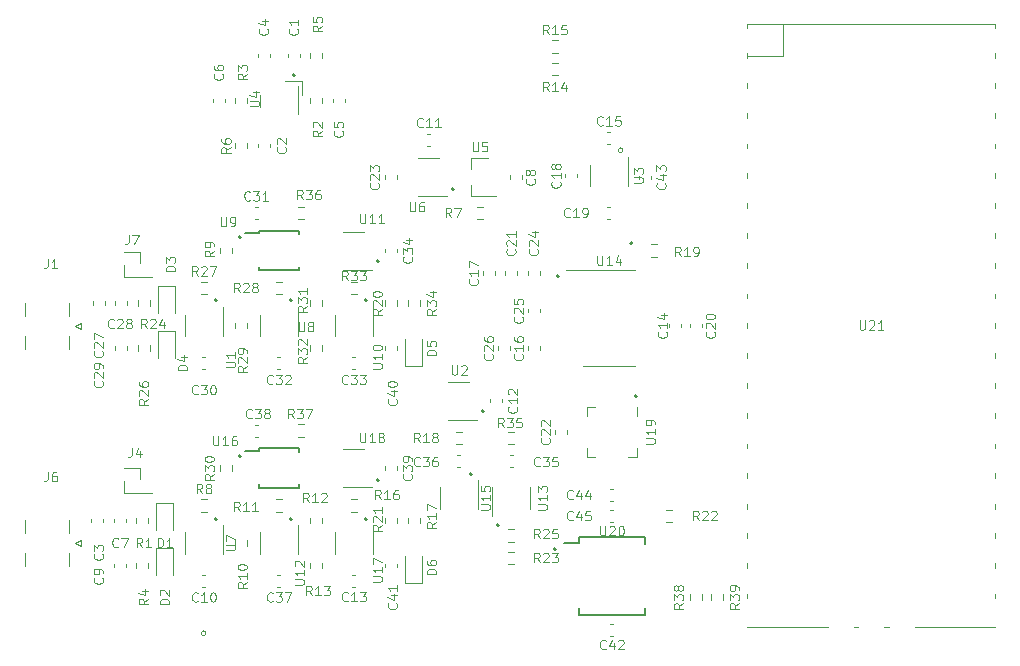
<source format=gto>
%TF.GenerationSoftware,KiCad,Pcbnew,(5.1.10)-1*%
%TF.CreationDate,2021-07-23T15:14:34+02:00*%
%TF.ProjectId,rpicoscope2,72706963-6f73-4636-9f70-65322e6b6963,rev?*%
%TF.SameCoordinates,Original*%
%TF.FileFunction,Legend,Top*%
%TF.FilePolarity,Positive*%
%FSLAX46Y46*%
G04 Gerber Fmt 4.6, Leading zero omitted, Abs format (unit mm)*
G04 Created by KiCad (PCBNEW (5.1.10)-1) date 2021-07-23 15:14:34*
%MOMM*%
%LPD*%
G01*
G04 APERTURE LIST*
%ADD10C,0.200000*%
%ADD11C,0.100000*%
%ADD12C,0.120000*%
%ADD13C,0.150000*%
%ADD14C,0.125000*%
G04 APERTURE END LIST*
D10*
X172566000Y-103124000D02*
G75*
G03*
X172566000Y-103124000I-100000J0D01*
G01*
X160882000Y-114046000D02*
G75*
G03*
X160882000Y-114046000I-100000J0D01*
G01*
X158596000Y-109728000D02*
G75*
G03*
X158596000Y-109728000I-100000J0D01*
G01*
X159612000Y-104394000D02*
G75*
G03*
X159612000Y-104394000I-100000J0D01*
G01*
X139038000Y-108204000D02*
G75*
G03*
X139038000Y-108204000I-100000J0D01*
G01*
X150722000Y-110236000D02*
G75*
G03*
X150722000Y-110236000I-100000J0D01*
G01*
X149706000Y-113538000D02*
G75*
G03*
X149706000Y-113538000I-100000J0D01*
G01*
X143356000Y-113538000D02*
G75*
G03*
X143356000Y-113538000I-100000J0D01*
G01*
X137006000Y-113538000D02*
G75*
G03*
X137006000Y-113538000I-100000J0D01*
G01*
X143356000Y-94996000D02*
G75*
G03*
X143356000Y-94996000I-100000J0D01*
G01*
X137006000Y-94996000D02*
G75*
G03*
X137006000Y-94996000I-100000J0D01*
G01*
X149706000Y-94996000D02*
G75*
G03*
X149706000Y-94996000I-100000J0D01*
G01*
X150722000Y-91694000D02*
G75*
G03*
X150722000Y-91694000I-100000J0D01*
G01*
X139038000Y-89662000D02*
G75*
G03*
X139038000Y-89662000I-100000J0D01*
G01*
X157072000Y-85598000D02*
G75*
G03*
X157072000Y-85598000I-100000J0D01*
G01*
D11*
X171396000Y-82296000D02*
G75*
G03*
X171396000Y-82296000I-200000J0D01*
G01*
X136090000Y-123190000D02*
G75*
G03*
X136090000Y-123190000I-200000J0D01*
G01*
D10*
X172185000Y-90170000D02*
G75*
G03*
X172185000Y-90170000I-100000J0D01*
G01*
X165708000Y-116078000D02*
G75*
G03*
X165708000Y-116078000I-100000J0D01*
G01*
X143610000Y-75946000D02*
G75*
G03*
X143610000Y-75946000I-100000J0D01*
G01*
X165962000Y-92964000D02*
G75*
G03*
X165962000Y-92964000I-100000J0D01*
G01*
D12*
%TO.C,R39*%
X179846500Y-120379258D02*
X179846500Y-119904742D01*
X178801500Y-120379258D02*
X178801500Y-119904742D01*
%TO.C,R38*%
X178068500Y-120379258D02*
X178068500Y-119904742D01*
X177023500Y-120379258D02*
X177023500Y-119904742D01*
%TO.C,U21*%
X193505000Y-122655000D02*
X193905000Y-122655000D01*
X190905000Y-122655000D02*
X191305000Y-122655000D01*
X202905000Y-122655000D02*
X196105000Y-122655000D01*
X202905000Y-112255000D02*
X202905000Y-112655000D01*
X202905000Y-104555000D02*
X202905000Y-104955000D01*
X202905000Y-79155000D02*
X202905000Y-79555000D01*
X202905000Y-71655000D02*
X202905000Y-71955000D01*
X202905000Y-94455000D02*
X202905000Y-94855000D01*
X202905000Y-109655000D02*
X202905000Y-110055000D01*
X202905000Y-89355000D02*
X202905000Y-89755000D01*
X202905000Y-84255000D02*
X202905000Y-84655000D01*
X202905000Y-96955000D02*
X202905000Y-97355000D01*
X202905000Y-102055000D02*
X202905000Y-102455000D01*
X202905000Y-117255000D02*
X202905000Y-117655000D01*
X202905000Y-119855000D02*
X202905000Y-120255000D01*
X202905000Y-114755000D02*
X202905000Y-115155000D01*
X202905000Y-81755000D02*
X202905000Y-82155000D01*
X202905000Y-74055000D02*
X202905000Y-74455000D01*
X202905000Y-76655000D02*
X202905000Y-77055000D01*
X202905000Y-107155000D02*
X202905000Y-107555000D01*
X202905000Y-99455000D02*
X202905000Y-99855000D01*
X202905000Y-91855000D02*
X202905000Y-92255000D01*
X202905000Y-86755000D02*
X202905000Y-87155000D01*
X181905000Y-119855000D02*
X181905000Y-120255000D01*
X181905000Y-117255000D02*
X181905000Y-117655000D01*
X181905000Y-114755000D02*
X181905000Y-115155000D01*
X181905000Y-112255000D02*
X181905000Y-112655000D01*
X181905000Y-109655000D02*
X181905000Y-110055000D01*
X181905000Y-107155000D02*
X181905000Y-107555000D01*
X181905000Y-104555000D02*
X181905000Y-104955000D01*
X181905000Y-102055000D02*
X181905000Y-102455000D01*
X181905000Y-99455000D02*
X181905000Y-99855000D01*
X181905000Y-96955000D02*
X181905000Y-97355000D01*
X181905000Y-94455000D02*
X181905000Y-94855000D01*
X181905000Y-91855000D02*
X181905000Y-92255000D01*
X181905000Y-89355000D02*
X181905000Y-89755000D01*
X181905000Y-86755000D02*
X181905000Y-87155000D01*
X181905000Y-84255000D02*
X181905000Y-84655000D01*
X181905000Y-81755000D02*
X181905000Y-82155000D01*
X181905000Y-79155000D02*
X181905000Y-79555000D01*
X181905000Y-76655000D02*
X181905000Y-77055000D01*
X181905000Y-74055000D02*
X181905000Y-74455000D01*
X181905000Y-71655000D02*
X181905000Y-71955000D01*
X184912000Y-74322000D02*
X184912000Y-71655000D01*
X181905000Y-74322000D02*
X184912000Y-74322000D01*
X188705000Y-122655000D02*
X181905000Y-122655000D01*
X181905000Y-71655000D02*
X202905000Y-71655000D01*
%TO.C,J7*%
X130489000Y-93008000D02*
X129099000Y-93008000D01*
X130489000Y-90888000D02*
X129099000Y-90888000D01*
X130489000Y-93008000D02*
X131484000Y-93008000D01*
X130489000Y-93008000D02*
X130489000Y-93008000D01*
X129099000Y-90888000D02*
X129099000Y-90888000D01*
X129099000Y-93008000D02*
X129099000Y-92008000D01*
X130489000Y-91888000D02*
X130489000Y-90888000D01*
%TO.C,J4*%
X130489000Y-111296000D02*
X129099000Y-111296000D01*
X130489000Y-109176000D02*
X129099000Y-109176000D01*
X130489000Y-111296000D02*
X131484000Y-111296000D01*
X130489000Y-111296000D02*
X130489000Y-111296000D01*
X129099000Y-109176000D02*
X129099000Y-109176000D01*
X129099000Y-111296000D02*
X129099000Y-110296000D01*
X130489000Y-110176000D02*
X130489000Y-109176000D01*
%TO.C,C45*%
X170574580Y-112774000D02*
X170293420Y-112774000D01*
X170574580Y-113794000D02*
X170293420Y-113794000D01*
%TO.C,C44*%
X170574580Y-110996000D02*
X170293420Y-110996000D01*
X170574580Y-112016000D02*
X170293420Y-112016000D01*
%TO.C,U19*%
X172544000Y-107557000D02*
X172544000Y-108282000D01*
X172544000Y-108282000D02*
X171819000Y-108282000D01*
X168324000Y-104787000D02*
X168324000Y-104062000D01*
X168324000Y-104062000D02*
X169049000Y-104062000D01*
X168324000Y-107557000D02*
X168324000Y-108282000D01*
X168324000Y-108282000D02*
X169049000Y-108282000D01*
X172544000Y-104787000D02*
X172544000Y-104062000D01*
D13*
%TO.C,U16*%
X140565000Y-107545000D02*
X140565000Y-107770000D01*
X143915000Y-107545000D02*
X143915000Y-107845000D01*
X143915000Y-110895000D02*
X143915000Y-110595000D01*
X140565000Y-110895000D02*
X140565000Y-110595000D01*
X140565000Y-107545000D02*
X143915000Y-107545000D01*
X140565000Y-110895000D02*
X143915000Y-110895000D01*
X140565000Y-107770000D02*
X139340000Y-107770000D01*
%TO.C,U9*%
X140565000Y-89130000D02*
X140565000Y-89355000D01*
X143915000Y-89130000D02*
X143915000Y-89430000D01*
X143915000Y-92480000D02*
X143915000Y-92180000D01*
X140565000Y-92480000D02*
X140565000Y-92180000D01*
X140565000Y-89130000D02*
X143915000Y-89130000D01*
X140565000Y-92480000D02*
X143915000Y-92480000D01*
X140565000Y-89355000D02*
X139340000Y-89355000D01*
D12*
%TO.C,R37*%
X144382258Y-106567500D02*
X143907742Y-106567500D01*
X144382258Y-105522500D02*
X143907742Y-105522500D01*
%TO.C,R36*%
X144382258Y-88152500D02*
X143907742Y-88152500D01*
X144382258Y-87107500D02*
X143907742Y-87107500D01*
%TO.C,R30*%
X138317500Y-108982742D02*
X138317500Y-109457258D01*
X137272500Y-108982742D02*
X137272500Y-109457258D01*
%TO.C,R9*%
X138317500Y-90567742D02*
X138317500Y-91042258D01*
X137272500Y-90567742D02*
X137272500Y-91042258D01*
%TO.C,R35*%
X161687742Y-107202500D02*
X162162258Y-107202500D01*
X161687742Y-106157500D02*
X162162258Y-106157500D01*
%TO.C,R25*%
X162162258Y-114412500D02*
X161687742Y-114412500D01*
X162162258Y-115457500D02*
X161687742Y-115457500D01*
%TO.C,R23*%
X162162258Y-116317500D02*
X161687742Y-116317500D01*
X162162258Y-117362500D02*
X161687742Y-117362500D01*
%TO.C,J6*%
X125515000Y-115320000D02*
X125015000Y-115570000D01*
X125515000Y-115820000D02*
X125515000Y-115320000D01*
X125015000Y-115570000D02*
X125515000Y-115820000D01*
X120755000Y-113620000D02*
X120755000Y-114730000D01*
X120755000Y-116410000D02*
X120755000Y-117520000D01*
X124465000Y-113620000D02*
X124465000Y-114730000D01*
X124465000Y-116410000D02*
X124465000Y-117520000D01*
%TO.C,J1*%
X125515000Y-96905000D02*
X125015000Y-97155000D01*
X125515000Y-97405000D02*
X125515000Y-96905000D01*
X125015000Y-97155000D02*
X125515000Y-97405000D01*
X120755000Y-95205000D02*
X120755000Y-96315000D01*
X120755000Y-97995000D02*
X120755000Y-99105000D01*
X124465000Y-95205000D02*
X124465000Y-96315000D01*
X124465000Y-97995000D02*
X124465000Y-99105000D01*
D13*
%TO.C,U20*%
X167659000Y-115564000D02*
X166384000Y-115564000D01*
X167659000Y-121639000D02*
X173209000Y-121639000D01*
X167659000Y-115089000D02*
X173209000Y-115089000D01*
X167659000Y-121639000D02*
X167659000Y-121064000D01*
X173209000Y-121639000D02*
X173209000Y-121064000D01*
X173209000Y-115089000D02*
X173209000Y-115664000D01*
X167659000Y-115089000D02*
X167659000Y-115564000D01*
D12*
%TO.C,R22*%
X175022742Y-113806500D02*
X175497258Y-113806500D01*
X175022742Y-112761500D02*
X175497258Y-112761500D01*
%TO.C,C43*%
X172718000Y-84454420D02*
X172718000Y-84735580D01*
X173738000Y-84454420D02*
X173738000Y-84735580D01*
%TO.C,C42*%
X170293420Y-123446000D02*
X170574580Y-123446000D01*
X170293420Y-122426000D02*
X170574580Y-122426000D01*
%TO.C,C22*%
X165606000Y-106031420D02*
X165606000Y-106312580D01*
X166626000Y-106031420D02*
X166626000Y-106312580D01*
%TO.C,U18*%
X149490000Y-107610000D02*
X147690000Y-107610000D01*
X147690000Y-110830000D02*
X150140000Y-110830000D01*
%TO.C,U17*%
X146980000Y-114670000D02*
X146980000Y-116470000D01*
X150200000Y-116470000D02*
X150200000Y-114020000D01*
%TO.C,U12*%
X140630000Y-114670000D02*
X140630000Y-116470000D01*
X143850000Y-116470000D02*
X143850000Y-114020000D01*
%TO.C,U7*%
X134280000Y-114670000D02*
X134280000Y-116470000D01*
X137500000Y-116470000D02*
X137500000Y-114020000D01*
%TO.C,U6*%
X155840000Y-82972000D02*
X154040000Y-82972000D01*
X154040000Y-86192000D02*
X156490000Y-86192000D01*
%TO.C,R21*%
X152287500Y-113427742D02*
X152287500Y-113902258D01*
X151242500Y-113427742D02*
X151242500Y-113902258D01*
%TO.C,R20*%
X152287500Y-95012742D02*
X152287500Y-95487258D01*
X151242500Y-95012742D02*
X151242500Y-95487258D01*
%TO.C,R17*%
X153147500Y-113902258D02*
X153147500Y-113427742D01*
X154192500Y-113902258D02*
X154192500Y-113427742D01*
%TO.C,R16*%
X148827258Y-112917500D02*
X148352742Y-112917500D01*
X148827258Y-111872500D02*
X148352742Y-111872500D01*
%TO.C,R13*%
X145937500Y-117237742D02*
X145937500Y-117712258D01*
X144892500Y-117237742D02*
X144892500Y-117712258D01*
%TO.C,R12*%
X145937500Y-113427742D02*
X145937500Y-113902258D01*
X144892500Y-113427742D02*
X144892500Y-113902258D01*
%TO.C,R11*%
X142002742Y-111872500D02*
X142477258Y-111872500D01*
X142002742Y-112917500D02*
X142477258Y-112917500D01*
%TO.C,R10*%
X139587500Y-115332742D02*
X139587500Y-115807258D01*
X138542500Y-115332742D02*
X138542500Y-115807258D01*
%TO.C,R8*%
X135652742Y-111872500D02*
X136127258Y-111872500D01*
X135652742Y-112917500D02*
X136127258Y-112917500D01*
%TO.C,R4*%
X130160500Y-117712258D02*
X130160500Y-117237742D01*
X131205500Y-117712258D02*
X131205500Y-117237742D01*
%TO.C,R1*%
X131205500Y-113427742D02*
X131205500Y-113902258D01*
X130160500Y-113427742D02*
X130160500Y-113902258D01*
%TO.C,D6*%
X152935000Y-116675000D02*
X152935000Y-118960000D01*
X152935000Y-118960000D02*
X154405000Y-118960000D01*
X154405000Y-118960000D02*
X154405000Y-116675000D01*
%TO.C,D5*%
X152935000Y-98260000D02*
X152935000Y-100545000D01*
X152935000Y-100545000D02*
X154405000Y-100545000D01*
X154405000Y-100545000D02*
X154405000Y-98260000D01*
%TO.C,D2*%
X133323000Y-118275000D02*
X133323000Y-115990000D01*
X133323000Y-115990000D02*
X131853000Y-115990000D01*
X131853000Y-115990000D02*
X131853000Y-118275000D01*
%TO.C,D1*%
X133323000Y-114465000D02*
X133323000Y-112180000D01*
X133323000Y-112180000D02*
X131853000Y-112180000D01*
X131853000Y-112180000D02*
X131853000Y-114465000D01*
%TO.C,C41*%
X152275000Y-117334420D02*
X152275000Y-117615580D01*
X151255000Y-117334420D02*
X151255000Y-117615580D01*
%TO.C,C40*%
X152275000Y-98919420D02*
X152275000Y-99200580D01*
X151255000Y-98919420D02*
X151255000Y-99200580D01*
%TO.C,C39*%
X152275000Y-109079420D02*
X152275000Y-109360580D01*
X151255000Y-109079420D02*
X151255000Y-109360580D01*
%TO.C,C38*%
X140475580Y-106555000D02*
X140194420Y-106555000D01*
X140475580Y-105535000D02*
X140194420Y-105535000D01*
%TO.C,C37*%
X142380580Y-119255000D02*
X142099420Y-119255000D01*
X142380580Y-118235000D02*
X142099420Y-118235000D01*
%TO.C,C13*%
X148449420Y-118235000D02*
X148730580Y-118235000D01*
X148449420Y-119255000D02*
X148730580Y-119255000D01*
%TO.C,C10*%
X136030580Y-119255000D02*
X135749420Y-119255000D01*
X136030580Y-118235000D02*
X135749420Y-118235000D01*
%TO.C,C9*%
X129288000Y-117334420D02*
X129288000Y-117615580D01*
X128268000Y-117334420D02*
X128268000Y-117615580D01*
%TO.C,C7*%
X129288000Y-113524420D02*
X129288000Y-113805580D01*
X128268000Y-113524420D02*
X128268000Y-113805580D01*
%TO.C,C3*%
X127383000Y-113524420D02*
X127383000Y-113805580D01*
X126363000Y-113524420D02*
X126363000Y-113805580D01*
%TO.C,U15*%
X155870000Y-110860000D02*
X155870000Y-112660000D01*
X159090000Y-112660000D02*
X159090000Y-110210000D01*
%TO.C,U13*%
X163535000Y-112660000D02*
X163535000Y-110860000D01*
X160315000Y-110860000D02*
X160315000Y-113310000D01*
%TO.C,U11*%
X149490000Y-89195000D02*
X147690000Y-89195000D01*
X147690000Y-92415000D02*
X150140000Y-92415000D01*
%TO.C,U10*%
X146980000Y-96255000D02*
X146980000Y-98055000D01*
X150200000Y-98055000D02*
X150200000Y-95605000D01*
%TO.C,U8*%
X140630000Y-96255000D02*
X140630000Y-98055000D01*
X143850000Y-98055000D02*
X143850000Y-95605000D01*
%TO.C,U1*%
X134280000Y-96255000D02*
X134280000Y-98055000D01*
X137500000Y-98055000D02*
X137500000Y-95605000D01*
%TO.C,R34*%
X153147500Y-95487258D02*
X153147500Y-95012742D01*
X154192500Y-95487258D02*
X154192500Y-95012742D01*
%TO.C,R33*%
X148827258Y-94502500D02*
X148352742Y-94502500D01*
X148827258Y-93457500D02*
X148352742Y-93457500D01*
%TO.C,R32*%
X145937500Y-98822742D02*
X145937500Y-99297258D01*
X144892500Y-98822742D02*
X144892500Y-99297258D01*
%TO.C,R31*%
X145937500Y-95012742D02*
X145937500Y-95487258D01*
X144892500Y-95012742D02*
X144892500Y-95487258D01*
%TO.C,R29*%
X139587500Y-96917742D02*
X139587500Y-97392258D01*
X138542500Y-96917742D02*
X138542500Y-97392258D01*
%TO.C,R28*%
X142002742Y-93457500D02*
X142477258Y-93457500D01*
X142002742Y-94502500D02*
X142477258Y-94502500D01*
%TO.C,R27*%
X135652742Y-93457500D02*
X136127258Y-93457500D01*
X135652742Y-94502500D02*
X136127258Y-94502500D01*
%TO.C,R26*%
X130287500Y-99297258D02*
X130287500Y-98822742D01*
X131332500Y-99297258D02*
X131332500Y-98822742D01*
%TO.C,R24*%
X131332500Y-95012742D02*
X131332500Y-95487258D01*
X130287500Y-95012742D02*
X130287500Y-95487258D01*
%TO.C,D4*%
X133450000Y-99860000D02*
X133450000Y-97575000D01*
X133450000Y-97575000D02*
X131980000Y-97575000D01*
X131980000Y-97575000D02*
X131980000Y-99860000D01*
%TO.C,D3*%
X133450000Y-96050000D02*
X133450000Y-93765000D01*
X133450000Y-93765000D02*
X131980000Y-93765000D01*
X131980000Y-93765000D02*
X131980000Y-96050000D01*
%TO.C,C36*%
X157339420Y-108075000D02*
X157620580Y-108075000D01*
X157339420Y-109095000D02*
X157620580Y-109095000D01*
%TO.C,C35*%
X161784420Y-108075000D02*
X162065580Y-108075000D01*
X161784420Y-109095000D02*
X162065580Y-109095000D01*
%TO.C,C34*%
X152275000Y-90664420D02*
X152275000Y-90945580D01*
X151255000Y-90664420D02*
X151255000Y-90945580D01*
%TO.C,C33*%
X148730580Y-100840000D02*
X148449420Y-100840000D01*
X148730580Y-99820000D02*
X148449420Y-99820000D01*
%TO.C,C32*%
X142380580Y-100840000D02*
X142099420Y-100840000D01*
X142380580Y-99820000D02*
X142099420Y-99820000D01*
%TO.C,C31*%
X140194420Y-87120000D02*
X140475580Y-87120000D01*
X140194420Y-88140000D02*
X140475580Y-88140000D01*
%TO.C,C30*%
X136030580Y-100840000D02*
X135749420Y-100840000D01*
X136030580Y-99820000D02*
X135749420Y-99820000D01*
%TO.C,C29*%
X129415000Y-98919420D02*
X129415000Y-99200580D01*
X128395000Y-98919420D02*
X128395000Y-99200580D01*
%TO.C,C28*%
X129415000Y-95109420D02*
X129415000Y-95390580D01*
X128395000Y-95109420D02*
X128395000Y-95390580D01*
%TO.C,C27*%
X127510000Y-95109420D02*
X127510000Y-95390580D01*
X126490000Y-95109420D02*
X126490000Y-95390580D01*
%TO.C,C6*%
X136650000Y-77964420D02*
X136650000Y-78245580D01*
X137670000Y-77964420D02*
X137670000Y-78245580D01*
%TO.C,C12*%
X160145000Y-103364420D02*
X160145000Y-103645580D01*
X161165000Y-103364420D02*
X161165000Y-103645580D01*
%TO.C,U14*%
X170180000Y-100555000D02*
X172380000Y-100555000D01*
X170180000Y-100555000D02*
X167980000Y-100555000D01*
X170180000Y-92485000D02*
X172380000Y-92485000D01*
X170180000Y-92485000D02*
X166580000Y-92485000D01*
%TO.C,R19*%
X174227258Y-90282500D02*
X173752742Y-90282500D01*
X174227258Y-91327500D02*
X173752742Y-91327500D01*
%TO.C,R18*%
X157717258Y-107202500D02*
X157242742Y-107202500D01*
X157717258Y-106157500D02*
X157242742Y-106157500D01*
%TO.C,C26*%
X160780000Y-98919420D02*
X160780000Y-99200580D01*
X161800000Y-98919420D02*
X161800000Y-99200580D01*
%TO.C,C25*%
X164340000Y-96025580D02*
X164340000Y-95744420D01*
X163320000Y-96025580D02*
X163320000Y-95744420D01*
%TO.C,C24*%
X164340000Y-92850580D02*
X164340000Y-92569420D01*
X163320000Y-92850580D02*
X163320000Y-92569420D01*
%TO.C,C21*%
X162435000Y-92850580D02*
X162435000Y-92569420D01*
X161415000Y-92850580D02*
X161415000Y-92569420D01*
%TO.C,C20*%
X178056000Y-97295580D02*
X178056000Y-97014420D01*
X177036000Y-97295580D02*
X177036000Y-97014420D01*
%TO.C,R15*%
X165845258Y-74055500D02*
X165370742Y-74055500D01*
X165845258Y-73010500D02*
X165370742Y-73010500D01*
%TO.C,R14*%
X165845258Y-75960500D02*
X165370742Y-75960500D01*
X165845258Y-74915500D02*
X165370742Y-74915500D01*
%TO.C,U3*%
X168570000Y-83555000D02*
X168570000Y-85355000D01*
X171790000Y-85355000D02*
X171790000Y-82905000D01*
%TO.C,C19*%
X170039420Y-87120000D02*
X170320580Y-87120000D01*
X170039420Y-88140000D02*
X170320580Y-88140000D01*
%TO.C,C18*%
X167515000Y-84314420D02*
X167515000Y-84595580D01*
X166495000Y-84314420D02*
X166495000Y-84595580D01*
%TO.C,C15*%
X170039420Y-80770000D02*
X170320580Y-80770000D01*
X170039420Y-81790000D02*
X170320580Y-81790000D01*
%TO.C,U2*%
X156580000Y-105115000D02*
X159030000Y-105115000D01*
X158380000Y-101895000D02*
X156580000Y-101895000D01*
%TO.C,U5*%
X158498000Y-83002000D02*
X159958000Y-83002000D01*
X158498000Y-86162000D02*
X160658000Y-86162000D01*
X158498000Y-86162000D02*
X158498000Y-85232000D01*
X158498000Y-83002000D02*
X158498000Y-83932000D01*
%TO.C,U4*%
X143860000Y-76855000D02*
X143860000Y-79225000D01*
X140620000Y-78605000D02*
X140620000Y-77605000D01*
X144240000Y-76405000D02*
X144240000Y-77605000D01*
X142740000Y-76405000D02*
X144240000Y-76405000D01*
%TO.C,R7*%
X159020742Y-88152500D02*
X159495258Y-88152500D01*
X159020742Y-87107500D02*
X159495258Y-87107500D01*
%TO.C,R6*%
X139587500Y-82152258D02*
X139587500Y-81677742D01*
X138542500Y-82152258D02*
X138542500Y-81677742D01*
%TO.C,R5*%
X144892500Y-74057742D02*
X144892500Y-74532258D01*
X145937500Y-74057742D02*
X145937500Y-74532258D01*
%TO.C,R3*%
X138542500Y-77867742D02*
X138542500Y-78342258D01*
X139587500Y-77867742D02*
X139587500Y-78342258D01*
%TO.C,R2*%
X145937500Y-78342258D02*
X145937500Y-77867742D01*
X144892500Y-78342258D02*
X144892500Y-77867742D01*
%TO.C,C23*%
X152275000Y-84722580D02*
X152275000Y-84441420D01*
X151255000Y-84722580D02*
X151255000Y-84441420D01*
%TO.C,C17*%
X159510000Y-92850580D02*
X159510000Y-92569420D01*
X160530000Y-92850580D02*
X160530000Y-92569420D01*
%TO.C,C16*%
X163320000Y-99200580D02*
X163320000Y-98919420D01*
X164340000Y-99200580D02*
X164340000Y-98919420D01*
%TO.C,C14*%
X175258000Y-97295580D02*
X175258000Y-97014420D01*
X176278000Y-97295580D02*
X176278000Y-97014420D01*
%TO.C,C11*%
X155080580Y-80897000D02*
X154799420Y-80897000D01*
X155080580Y-81917000D02*
X154799420Y-81917000D01*
%TO.C,C8*%
X162816000Y-84722580D02*
X162816000Y-84441420D01*
X161796000Y-84722580D02*
X161796000Y-84441420D01*
%TO.C,C5*%
X147830000Y-78245580D02*
X147830000Y-77964420D01*
X146810000Y-78245580D02*
X146810000Y-77964420D01*
%TO.C,C4*%
X141480000Y-74435580D02*
X141480000Y-74154420D01*
X140460000Y-74435580D02*
X140460000Y-74154420D01*
%TO.C,C2*%
X141480000Y-82055580D02*
X141480000Y-81774420D01*
X140460000Y-82055580D02*
X140460000Y-81774420D01*
%TO.C,C1*%
X144020000Y-74435580D02*
X144020000Y-74154420D01*
X143000000Y-74435580D02*
X143000000Y-74154420D01*
%TO.C,R39*%
D14*
X181209904Y-120656285D02*
X180828952Y-120922952D01*
X181209904Y-121113428D02*
X180409904Y-121113428D01*
X180409904Y-120808666D01*
X180448000Y-120732476D01*
X180486095Y-120694380D01*
X180562285Y-120656285D01*
X180676571Y-120656285D01*
X180752761Y-120694380D01*
X180790857Y-120732476D01*
X180828952Y-120808666D01*
X180828952Y-121113428D01*
X180409904Y-120389619D02*
X180409904Y-119894380D01*
X180714666Y-120161047D01*
X180714666Y-120046761D01*
X180752761Y-119970571D01*
X180790857Y-119932476D01*
X180867047Y-119894380D01*
X181057523Y-119894380D01*
X181133714Y-119932476D01*
X181171809Y-119970571D01*
X181209904Y-120046761D01*
X181209904Y-120275333D01*
X181171809Y-120351523D01*
X181133714Y-120389619D01*
X181209904Y-119513428D02*
X181209904Y-119361047D01*
X181171809Y-119284857D01*
X181133714Y-119246761D01*
X181019428Y-119170571D01*
X180867047Y-119132476D01*
X180562285Y-119132476D01*
X180486095Y-119170571D01*
X180448000Y-119208666D01*
X180409904Y-119284857D01*
X180409904Y-119437238D01*
X180448000Y-119513428D01*
X180486095Y-119551523D01*
X180562285Y-119589619D01*
X180752761Y-119589619D01*
X180828952Y-119551523D01*
X180867047Y-119513428D01*
X180905142Y-119437238D01*
X180905142Y-119284857D01*
X180867047Y-119208666D01*
X180828952Y-119170571D01*
X180752761Y-119132476D01*
%TO.C,R38*%
X176477904Y-120656285D02*
X176096952Y-120922952D01*
X176477904Y-121113428D02*
X175677904Y-121113428D01*
X175677904Y-120808666D01*
X175716000Y-120732476D01*
X175754095Y-120694380D01*
X175830285Y-120656285D01*
X175944571Y-120656285D01*
X176020761Y-120694380D01*
X176058857Y-120732476D01*
X176096952Y-120808666D01*
X176096952Y-121113428D01*
X175677904Y-120389619D02*
X175677904Y-119894380D01*
X175982666Y-120161047D01*
X175982666Y-120046761D01*
X176020761Y-119970571D01*
X176058857Y-119932476D01*
X176135047Y-119894380D01*
X176325523Y-119894380D01*
X176401714Y-119932476D01*
X176439809Y-119970571D01*
X176477904Y-120046761D01*
X176477904Y-120275333D01*
X176439809Y-120351523D01*
X176401714Y-120389619D01*
X176020761Y-119437238D02*
X175982666Y-119513428D01*
X175944571Y-119551523D01*
X175868380Y-119589619D01*
X175830285Y-119589619D01*
X175754095Y-119551523D01*
X175716000Y-119513428D01*
X175677904Y-119437238D01*
X175677904Y-119284857D01*
X175716000Y-119208666D01*
X175754095Y-119170571D01*
X175830285Y-119132476D01*
X175868380Y-119132476D01*
X175944571Y-119170571D01*
X175982666Y-119208666D01*
X176020761Y-119284857D01*
X176020761Y-119437238D01*
X176058857Y-119513428D01*
X176096952Y-119551523D01*
X176173142Y-119589619D01*
X176325523Y-119589619D01*
X176401714Y-119551523D01*
X176439809Y-119513428D01*
X176477904Y-119437238D01*
X176477904Y-119284857D01*
X176439809Y-119208666D01*
X176401714Y-119170571D01*
X176325523Y-119132476D01*
X176173142Y-119132476D01*
X176096952Y-119170571D01*
X176058857Y-119208666D01*
X176020761Y-119284857D01*
%TO.C,U21*%
X191414523Y-96716904D02*
X191414523Y-97364523D01*
X191452619Y-97440714D01*
X191490714Y-97478809D01*
X191566904Y-97516904D01*
X191719285Y-97516904D01*
X191795476Y-97478809D01*
X191833571Y-97440714D01*
X191871666Y-97364523D01*
X191871666Y-96716904D01*
X192214523Y-96793095D02*
X192252619Y-96755000D01*
X192328809Y-96716904D01*
X192519285Y-96716904D01*
X192595476Y-96755000D01*
X192633571Y-96793095D01*
X192671666Y-96869285D01*
X192671666Y-96945476D01*
X192633571Y-97059761D01*
X192176428Y-97516904D01*
X192671666Y-97516904D01*
X193433571Y-97516904D02*
X192976428Y-97516904D01*
X193205000Y-97516904D02*
X193205000Y-96716904D01*
X193128809Y-96831190D01*
X193052619Y-96907380D01*
X192976428Y-96945476D01*
%TO.C,J7*%
X129527333Y-89477904D02*
X129527333Y-90049333D01*
X129489238Y-90163619D01*
X129413047Y-90239809D01*
X129298761Y-90277904D01*
X129222571Y-90277904D01*
X129832095Y-89477904D02*
X130365428Y-89477904D01*
X130022571Y-90277904D01*
%TO.C,J4*%
X129781333Y-107511904D02*
X129781333Y-108083333D01*
X129743238Y-108197619D01*
X129667047Y-108273809D01*
X129552761Y-108311904D01*
X129476571Y-108311904D01*
X130505142Y-107778571D02*
X130505142Y-108311904D01*
X130314666Y-107473809D02*
X130124190Y-108045238D01*
X130619428Y-108045238D01*
%TO.C,C45*%
X167125714Y-113569714D02*
X167087619Y-113607809D01*
X166973333Y-113645904D01*
X166897142Y-113645904D01*
X166782857Y-113607809D01*
X166706666Y-113531619D01*
X166668571Y-113455428D01*
X166630476Y-113303047D01*
X166630476Y-113188761D01*
X166668571Y-113036380D01*
X166706666Y-112960190D01*
X166782857Y-112884000D01*
X166897142Y-112845904D01*
X166973333Y-112845904D01*
X167087619Y-112884000D01*
X167125714Y-112922095D01*
X167811428Y-113112571D02*
X167811428Y-113645904D01*
X167620952Y-112807809D02*
X167430476Y-113379238D01*
X167925714Y-113379238D01*
X168611428Y-112845904D02*
X168230476Y-112845904D01*
X168192380Y-113226857D01*
X168230476Y-113188761D01*
X168306666Y-113150666D01*
X168497142Y-113150666D01*
X168573333Y-113188761D01*
X168611428Y-113226857D01*
X168649523Y-113303047D01*
X168649523Y-113493523D01*
X168611428Y-113569714D01*
X168573333Y-113607809D01*
X168497142Y-113645904D01*
X168306666Y-113645904D01*
X168230476Y-113607809D01*
X168192380Y-113569714D01*
%TO.C,C44*%
X167125714Y-111791714D02*
X167087619Y-111829809D01*
X166973333Y-111867904D01*
X166897142Y-111867904D01*
X166782857Y-111829809D01*
X166706666Y-111753619D01*
X166668571Y-111677428D01*
X166630476Y-111525047D01*
X166630476Y-111410761D01*
X166668571Y-111258380D01*
X166706666Y-111182190D01*
X166782857Y-111106000D01*
X166897142Y-111067904D01*
X166973333Y-111067904D01*
X167087619Y-111106000D01*
X167125714Y-111144095D01*
X167811428Y-111334571D02*
X167811428Y-111867904D01*
X167620952Y-111029809D02*
X167430476Y-111601238D01*
X167925714Y-111601238D01*
X168573333Y-111334571D02*
X168573333Y-111867904D01*
X168382857Y-111029809D02*
X168192380Y-111601238D01*
X168687619Y-111601238D01*
%TO.C,U19*%
X173295904Y-107162476D02*
X173943523Y-107162476D01*
X174019714Y-107124380D01*
X174057809Y-107086285D01*
X174095904Y-107010095D01*
X174095904Y-106857714D01*
X174057809Y-106781523D01*
X174019714Y-106743428D01*
X173943523Y-106705333D01*
X173295904Y-106705333D01*
X174095904Y-105905333D02*
X174095904Y-106362476D01*
X174095904Y-106133904D02*
X173295904Y-106133904D01*
X173410190Y-106210095D01*
X173486380Y-106286285D01*
X173524476Y-106362476D01*
X174095904Y-105524380D02*
X174095904Y-105372000D01*
X174057809Y-105295809D01*
X174019714Y-105257714D01*
X173905428Y-105181523D01*
X173753047Y-105143428D01*
X173448285Y-105143428D01*
X173372095Y-105181523D01*
X173334000Y-105219619D01*
X173295904Y-105295809D01*
X173295904Y-105448190D01*
X173334000Y-105524380D01*
X173372095Y-105562476D01*
X173448285Y-105600571D01*
X173638761Y-105600571D01*
X173714952Y-105562476D01*
X173753047Y-105524380D01*
X173791142Y-105448190D01*
X173791142Y-105295809D01*
X173753047Y-105219619D01*
X173714952Y-105181523D01*
X173638761Y-105143428D01*
%TO.C,U16*%
X136677523Y-106495904D02*
X136677523Y-107143523D01*
X136715619Y-107219714D01*
X136753714Y-107257809D01*
X136829904Y-107295904D01*
X136982285Y-107295904D01*
X137058476Y-107257809D01*
X137096571Y-107219714D01*
X137134666Y-107143523D01*
X137134666Y-106495904D01*
X137934666Y-107295904D02*
X137477523Y-107295904D01*
X137706095Y-107295904D02*
X137706095Y-106495904D01*
X137629904Y-106610190D01*
X137553714Y-106686380D01*
X137477523Y-106724476D01*
X138620380Y-106495904D02*
X138468000Y-106495904D01*
X138391809Y-106534000D01*
X138353714Y-106572095D01*
X138277523Y-106686380D01*
X138239428Y-106838761D01*
X138239428Y-107143523D01*
X138277523Y-107219714D01*
X138315619Y-107257809D01*
X138391809Y-107295904D01*
X138544190Y-107295904D01*
X138620380Y-107257809D01*
X138658476Y-107219714D01*
X138696571Y-107143523D01*
X138696571Y-106953047D01*
X138658476Y-106876857D01*
X138620380Y-106838761D01*
X138544190Y-106800666D01*
X138391809Y-106800666D01*
X138315619Y-106838761D01*
X138277523Y-106876857D01*
X138239428Y-106953047D01*
%TO.C,U9*%
X137312476Y-87953904D02*
X137312476Y-88601523D01*
X137350571Y-88677714D01*
X137388666Y-88715809D01*
X137464857Y-88753904D01*
X137617238Y-88753904D01*
X137693428Y-88715809D01*
X137731523Y-88677714D01*
X137769619Y-88601523D01*
X137769619Y-87953904D01*
X138188666Y-88753904D02*
X138341047Y-88753904D01*
X138417238Y-88715809D01*
X138455333Y-88677714D01*
X138531523Y-88563428D01*
X138569619Y-88411047D01*
X138569619Y-88106285D01*
X138531523Y-88030095D01*
X138493428Y-87992000D01*
X138417238Y-87953904D01*
X138264857Y-87953904D01*
X138188666Y-87992000D01*
X138150571Y-88030095D01*
X138112476Y-88106285D01*
X138112476Y-88296761D01*
X138150571Y-88372952D01*
X138188666Y-88411047D01*
X138264857Y-88449142D01*
X138417238Y-88449142D01*
X138493428Y-88411047D01*
X138531523Y-88372952D01*
X138569619Y-88296761D01*
%TO.C,R37*%
X143503714Y-105009904D02*
X143237047Y-104628952D01*
X143046571Y-105009904D02*
X143046571Y-104209904D01*
X143351333Y-104209904D01*
X143427523Y-104248000D01*
X143465619Y-104286095D01*
X143503714Y-104362285D01*
X143503714Y-104476571D01*
X143465619Y-104552761D01*
X143427523Y-104590857D01*
X143351333Y-104628952D01*
X143046571Y-104628952D01*
X143770380Y-104209904D02*
X144265619Y-104209904D01*
X143998952Y-104514666D01*
X144113238Y-104514666D01*
X144189428Y-104552761D01*
X144227523Y-104590857D01*
X144265619Y-104667047D01*
X144265619Y-104857523D01*
X144227523Y-104933714D01*
X144189428Y-104971809D01*
X144113238Y-105009904D01*
X143884666Y-105009904D01*
X143808476Y-104971809D01*
X143770380Y-104933714D01*
X144532285Y-104209904D02*
X145065619Y-104209904D01*
X144722761Y-105009904D01*
%TO.C,R36*%
X144265714Y-86467904D02*
X143999047Y-86086952D01*
X143808571Y-86467904D02*
X143808571Y-85667904D01*
X144113333Y-85667904D01*
X144189523Y-85706000D01*
X144227619Y-85744095D01*
X144265714Y-85820285D01*
X144265714Y-85934571D01*
X144227619Y-86010761D01*
X144189523Y-86048857D01*
X144113333Y-86086952D01*
X143808571Y-86086952D01*
X144532380Y-85667904D02*
X145027619Y-85667904D01*
X144760952Y-85972666D01*
X144875238Y-85972666D01*
X144951428Y-86010761D01*
X144989523Y-86048857D01*
X145027619Y-86125047D01*
X145027619Y-86315523D01*
X144989523Y-86391714D01*
X144951428Y-86429809D01*
X144875238Y-86467904D01*
X144646666Y-86467904D01*
X144570476Y-86429809D01*
X144532380Y-86391714D01*
X145713333Y-85667904D02*
X145560952Y-85667904D01*
X145484761Y-85706000D01*
X145446666Y-85744095D01*
X145370476Y-85858380D01*
X145332380Y-86010761D01*
X145332380Y-86315523D01*
X145370476Y-86391714D01*
X145408571Y-86429809D01*
X145484761Y-86467904D01*
X145637142Y-86467904D01*
X145713333Y-86429809D01*
X145751428Y-86391714D01*
X145789523Y-86315523D01*
X145789523Y-86125047D01*
X145751428Y-86048857D01*
X145713333Y-86010761D01*
X145637142Y-85972666D01*
X145484761Y-85972666D01*
X145408571Y-86010761D01*
X145370476Y-86048857D01*
X145332380Y-86125047D01*
%TO.C,R30*%
X136759904Y-109734285D02*
X136378952Y-110000952D01*
X136759904Y-110191428D02*
X135959904Y-110191428D01*
X135959904Y-109886666D01*
X135998000Y-109810476D01*
X136036095Y-109772380D01*
X136112285Y-109734285D01*
X136226571Y-109734285D01*
X136302761Y-109772380D01*
X136340857Y-109810476D01*
X136378952Y-109886666D01*
X136378952Y-110191428D01*
X135959904Y-109467619D02*
X135959904Y-108972380D01*
X136264666Y-109239047D01*
X136264666Y-109124761D01*
X136302761Y-109048571D01*
X136340857Y-109010476D01*
X136417047Y-108972380D01*
X136607523Y-108972380D01*
X136683714Y-109010476D01*
X136721809Y-109048571D01*
X136759904Y-109124761D01*
X136759904Y-109353333D01*
X136721809Y-109429523D01*
X136683714Y-109467619D01*
X135959904Y-108477142D02*
X135959904Y-108400952D01*
X135998000Y-108324761D01*
X136036095Y-108286666D01*
X136112285Y-108248571D01*
X136264666Y-108210476D01*
X136455142Y-108210476D01*
X136607523Y-108248571D01*
X136683714Y-108286666D01*
X136721809Y-108324761D01*
X136759904Y-108400952D01*
X136759904Y-108477142D01*
X136721809Y-108553333D01*
X136683714Y-108591428D01*
X136607523Y-108629523D01*
X136455142Y-108667619D01*
X136264666Y-108667619D01*
X136112285Y-108629523D01*
X136036095Y-108591428D01*
X135998000Y-108553333D01*
X135959904Y-108477142D01*
%TO.C,R9*%
X136759904Y-90811333D02*
X136378952Y-91078000D01*
X136759904Y-91268476D02*
X135959904Y-91268476D01*
X135959904Y-90963714D01*
X135998000Y-90887523D01*
X136036095Y-90849428D01*
X136112285Y-90811333D01*
X136226571Y-90811333D01*
X136302761Y-90849428D01*
X136340857Y-90887523D01*
X136378952Y-90963714D01*
X136378952Y-91268476D01*
X136759904Y-90430380D02*
X136759904Y-90278000D01*
X136721809Y-90201809D01*
X136683714Y-90163714D01*
X136569428Y-90087523D01*
X136417047Y-90049428D01*
X136112285Y-90049428D01*
X136036095Y-90087523D01*
X135998000Y-90125619D01*
X135959904Y-90201809D01*
X135959904Y-90354190D01*
X135998000Y-90430380D01*
X136036095Y-90468476D01*
X136112285Y-90506571D01*
X136302761Y-90506571D01*
X136378952Y-90468476D01*
X136417047Y-90430380D01*
X136455142Y-90354190D01*
X136455142Y-90201809D01*
X136417047Y-90125619D01*
X136378952Y-90087523D01*
X136302761Y-90049428D01*
%TO.C,R35*%
X161283714Y-105771904D02*
X161017047Y-105390952D01*
X160826571Y-105771904D02*
X160826571Y-104971904D01*
X161131333Y-104971904D01*
X161207523Y-105010000D01*
X161245619Y-105048095D01*
X161283714Y-105124285D01*
X161283714Y-105238571D01*
X161245619Y-105314761D01*
X161207523Y-105352857D01*
X161131333Y-105390952D01*
X160826571Y-105390952D01*
X161550380Y-104971904D02*
X162045619Y-104971904D01*
X161778952Y-105276666D01*
X161893238Y-105276666D01*
X161969428Y-105314761D01*
X162007523Y-105352857D01*
X162045619Y-105429047D01*
X162045619Y-105619523D01*
X162007523Y-105695714D01*
X161969428Y-105733809D01*
X161893238Y-105771904D01*
X161664666Y-105771904D01*
X161588476Y-105733809D01*
X161550380Y-105695714D01*
X162769428Y-104971904D02*
X162388476Y-104971904D01*
X162350380Y-105352857D01*
X162388476Y-105314761D01*
X162464666Y-105276666D01*
X162655142Y-105276666D01*
X162731333Y-105314761D01*
X162769428Y-105352857D01*
X162807523Y-105429047D01*
X162807523Y-105619523D01*
X162769428Y-105695714D01*
X162731333Y-105733809D01*
X162655142Y-105771904D01*
X162464666Y-105771904D01*
X162388476Y-105733809D01*
X162350380Y-105695714D01*
%TO.C,R25*%
X164331714Y-115169904D02*
X164065047Y-114788952D01*
X163874571Y-115169904D02*
X163874571Y-114369904D01*
X164179333Y-114369904D01*
X164255523Y-114408000D01*
X164293619Y-114446095D01*
X164331714Y-114522285D01*
X164331714Y-114636571D01*
X164293619Y-114712761D01*
X164255523Y-114750857D01*
X164179333Y-114788952D01*
X163874571Y-114788952D01*
X164636476Y-114446095D02*
X164674571Y-114408000D01*
X164750761Y-114369904D01*
X164941238Y-114369904D01*
X165017428Y-114408000D01*
X165055523Y-114446095D01*
X165093619Y-114522285D01*
X165093619Y-114598476D01*
X165055523Y-114712761D01*
X164598380Y-115169904D01*
X165093619Y-115169904D01*
X165817428Y-114369904D02*
X165436476Y-114369904D01*
X165398380Y-114750857D01*
X165436476Y-114712761D01*
X165512666Y-114674666D01*
X165703142Y-114674666D01*
X165779333Y-114712761D01*
X165817428Y-114750857D01*
X165855523Y-114827047D01*
X165855523Y-115017523D01*
X165817428Y-115093714D01*
X165779333Y-115131809D01*
X165703142Y-115169904D01*
X165512666Y-115169904D01*
X165436476Y-115131809D01*
X165398380Y-115093714D01*
%TO.C,R23*%
X164331714Y-117201904D02*
X164065047Y-116820952D01*
X163874571Y-117201904D02*
X163874571Y-116401904D01*
X164179333Y-116401904D01*
X164255523Y-116440000D01*
X164293619Y-116478095D01*
X164331714Y-116554285D01*
X164331714Y-116668571D01*
X164293619Y-116744761D01*
X164255523Y-116782857D01*
X164179333Y-116820952D01*
X163874571Y-116820952D01*
X164636476Y-116478095D02*
X164674571Y-116440000D01*
X164750761Y-116401904D01*
X164941238Y-116401904D01*
X165017428Y-116440000D01*
X165055523Y-116478095D01*
X165093619Y-116554285D01*
X165093619Y-116630476D01*
X165055523Y-116744761D01*
X164598380Y-117201904D01*
X165093619Y-117201904D01*
X165360285Y-116401904D02*
X165855523Y-116401904D01*
X165588857Y-116706666D01*
X165703142Y-116706666D01*
X165779333Y-116744761D01*
X165817428Y-116782857D01*
X165855523Y-116859047D01*
X165855523Y-117049523D01*
X165817428Y-117125714D01*
X165779333Y-117163809D01*
X165703142Y-117201904D01*
X165474571Y-117201904D01*
X165398380Y-117163809D01*
X165360285Y-117125714D01*
%TO.C,J6*%
X122669333Y-109543904D02*
X122669333Y-110115333D01*
X122631238Y-110229619D01*
X122555047Y-110305809D01*
X122440761Y-110343904D01*
X122364571Y-110343904D01*
X123393142Y-109543904D02*
X123240761Y-109543904D01*
X123164571Y-109582000D01*
X123126476Y-109620095D01*
X123050285Y-109734380D01*
X123012190Y-109886761D01*
X123012190Y-110191523D01*
X123050285Y-110267714D01*
X123088380Y-110305809D01*
X123164571Y-110343904D01*
X123316952Y-110343904D01*
X123393142Y-110305809D01*
X123431238Y-110267714D01*
X123469333Y-110191523D01*
X123469333Y-110001047D01*
X123431238Y-109924857D01*
X123393142Y-109886761D01*
X123316952Y-109848666D01*
X123164571Y-109848666D01*
X123088380Y-109886761D01*
X123050285Y-109924857D01*
X123012190Y-110001047D01*
%TO.C,J1*%
X122669333Y-91509904D02*
X122669333Y-92081333D01*
X122631238Y-92195619D01*
X122555047Y-92271809D01*
X122440761Y-92309904D01*
X122364571Y-92309904D01*
X123469333Y-92309904D02*
X123012190Y-92309904D01*
X123240761Y-92309904D02*
X123240761Y-91509904D01*
X123164571Y-91624190D01*
X123088380Y-91700380D01*
X123012190Y-91738476D01*
%TO.C,U20*%
X169443523Y-114115904D02*
X169443523Y-114763523D01*
X169481619Y-114839714D01*
X169519714Y-114877809D01*
X169595904Y-114915904D01*
X169748285Y-114915904D01*
X169824476Y-114877809D01*
X169862571Y-114839714D01*
X169900666Y-114763523D01*
X169900666Y-114115904D01*
X170243523Y-114192095D02*
X170281619Y-114154000D01*
X170357809Y-114115904D01*
X170548285Y-114115904D01*
X170624476Y-114154000D01*
X170662571Y-114192095D01*
X170700666Y-114268285D01*
X170700666Y-114344476D01*
X170662571Y-114458761D01*
X170205428Y-114915904D01*
X170700666Y-114915904D01*
X171195904Y-114115904D02*
X171272095Y-114115904D01*
X171348285Y-114154000D01*
X171386380Y-114192095D01*
X171424476Y-114268285D01*
X171462571Y-114420666D01*
X171462571Y-114611142D01*
X171424476Y-114763523D01*
X171386380Y-114839714D01*
X171348285Y-114877809D01*
X171272095Y-114915904D01*
X171195904Y-114915904D01*
X171119714Y-114877809D01*
X171081619Y-114839714D01*
X171043523Y-114763523D01*
X171005428Y-114611142D01*
X171005428Y-114420666D01*
X171043523Y-114268285D01*
X171081619Y-114192095D01*
X171119714Y-114154000D01*
X171195904Y-114115904D01*
%TO.C,R22*%
X177793714Y-113645904D02*
X177527047Y-113264952D01*
X177336571Y-113645904D02*
X177336571Y-112845904D01*
X177641333Y-112845904D01*
X177717523Y-112884000D01*
X177755619Y-112922095D01*
X177793714Y-112998285D01*
X177793714Y-113112571D01*
X177755619Y-113188761D01*
X177717523Y-113226857D01*
X177641333Y-113264952D01*
X177336571Y-113264952D01*
X178098476Y-112922095D02*
X178136571Y-112884000D01*
X178212761Y-112845904D01*
X178403238Y-112845904D01*
X178479428Y-112884000D01*
X178517523Y-112922095D01*
X178555619Y-112998285D01*
X178555619Y-113074476D01*
X178517523Y-113188761D01*
X178060380Y-113645904D01*
X178555619Y-113645904D01*
X178860380Y-112922095D02*
X178898476Y-112884000D01*
X178974666Y-112845904D01*
X179165142Y-112845904D01*
X179241333Y-112884000D01*
X179279428Y-112922095D01*
X179317523Y-112998285D01*
X179317523Y-113074476D01*
X179279428Y-113188761D01*
X178822285Y-113645904D01*
X179317523Y-113645904D01*
%TO.C,C43*%
X174943714Y-85109285D02*
X174981809Y-85147380D01*
X175019904Y-85261666D01*
X175019904Y-85337857D01*
X174981809Y-85452142D01*
X174905619Y-85528333D01*
X174829428Y-85566428D01*
X174677047Y-85604523D01*
X174562761Y-85604523D01*
X174410380Y-85566428D01*
X174334190Y-85528333D01*
X174258000Y-85452142D01*
X174219904Y-85337857D01*
X174219904Y-85261666D01*
X174258000Y-85147380D01*
X174296095Y-85109285D01*
X174486571Y-84423571D02*
X175019904Y-84423571D01*
X174181809Y-84614047D02*
X174753238Y-84804523D01*
X174753238Y-84309285D01*
X174219904Y-84080714D02*
X174219904Y-83585476D01*
X174524666Y-83852142D01*
X174524666Y-83737857D01*
X174562761Y-83661666D01*
X174600857Y-83623571D01*
X174677047Y-83585476D01*
X174867523Y-83585476D01*
X174943714Y-83623571D01*
X174981809Y-83661666D01*
X175019904Y-83737857D01*
X175019904Y-83966428D01*
X174981809Y-84042619D01*
X174943714Y-84080714D01*
%TO.C,C42*%
X169919714Y-124491714D02*
X169881619Y-124529809D01*
X169767333Y-124567904D01*
X169691142Y-124567904D01*
X169576857Y-124529809D01*
X169500666Y-124453619D01*
X169462571Y-124377428D01*
X169424476Y-124225047D01*
X169424476Y-124110761D01*
X169462571Y-123958380D01*
X169500666Y-123882190D01*
X169576857Y-123806000D01*
X169691142Y-123767904D01*
X169767333Y-123767904D01*
X169881619Y-123806000D01*
X169919714Y-123844095D01*
X170605428Y-124034571D02*
X170605428Y-124567904D01*
X170414952Y-123729809D02*
X170224476Y-124301238D01*
X170719714Y-124301238D01*
X170986380Y-123844095D02*
X171024476Y-123806000D01*
X171100666Y-123767904D01*
X171291142Y-123767904D01*
X171367333Y-123806000D01*
X171405428Y-123844095D01*
X171443523Y-123920285D01*
X171443523Y-123996476D01*
X171405428Y-124110761D01*
X170948285Y-124567904D01*
X171443523Y-124567904D01*
%TO.C,C22*%
X165131714Y-106686285D02*
X165169809Y-106724380D01*
X165207904Y-106838666D01*
X165207904Y-106914857D01*
X165169809Y-107029142D01*
X165093619Y-107105333D01*
X165017428Y-107143428D01*
X164865047Y-107181523D01*
X164750761Y-107181523D01*
X164598380Y-107143428D01*
X164522190Y-107105333D01*
X164446000Y-107029142D01*
X164407904Y-106914857D01*
X164407904Y-106838666D01*
X164446000Y-106724380D01*
X164484095Y-106686285D01*
X164484095Y-106381523D02*
X164446000Y-106343428D01*
X164407904Y-106267238D01*
X164407904Y-106076761D01*
X164446000Y-106000571D01*
X164484095Y-105962476D01*
X164560285Y-105924380D01*
X164636476Y-105924380D01*
X164750761Y-105962476D01*
X165207904Y-106419619D01*
X165207904Y-105924380D01*
X164484095Y-105619619D02*
X164446000Y-105581523D01*
X164407904Y-105505333D01*
X164407904Y-105314857D01*
X164446000Y-105238666D01*
X164484095Y-105200571D01*
X164560285Y-105162476D01*
X164636476Y-105162476D01*
X164750761Y-105200571D01*
X165207904Y-105657714D01*
X165207904Y-105162476D01*
%TO.C,U18*%
X149123523Y-106241904D02*
X149123523Y-106889523D01*
X149161619Y-106965714D01*
X149199714Y-107003809D01*
X149275904Y-107041904D01*
X149428285Y-107041904D01*
X149504476Y-107003809D01*
X149542571Y-106965714D01*
X149580666Y-106889523D01*
X149580666Y-106241904D01*
X150380666Y-107041904D02*
X149923523Y-107041904D01*
X150152095Y-107041904D02*
X150152095Y-106241904D01*
X150075904Y-106356190D01*
X149999714Y-106432380D01*
X149923523Y-106470476D01*
X150837809Y-106584761D02*
X150761619Y-106546666D01*
X150723523Y-106508571D01*
X150685428Y-106432380D01*
X150685428Y-106394285D01*
X150723523Y-106318095D01*
X150761619Y-106280000D01*
X150837809Y-106241904D01*
X150990190Y-106241904D01*
X151066380Y-106280000D01*
X151104476Y-106318095D01*
X151142571Y-106394285D01*
X151142571Y-106432380D01*
X151104476Y-106508571D01*
X151066380Y-106546666D01*
X150990190Y-106584761D01*
X150837809Y-106584761D01*
X150761619Y-106622857D01*
X150723523Y-106660952D01*
X150685428Y-106737142D01*
X150685428Y-106889523D01*
X150723523Y-106965714D01*
X150761619Y-107003809D01*
X150837809Y-107041904D01*
X150990190Y-107041904D01*
X151066380Y-107003809D01*
X151104476Y-106965714D01*
X151142571Y-106889523D01*
X151142571Y-106737142D01*
X151104476Y-106660952D01*
X151066380Y-106622857D01*
X150990190Y-106584761D01*
%TO.C,U17*%
X150183904Y-118846476D02*
X150831523Y-118846476D01*
X150907714Y-118808380D01*
X150945809Y-118770285D01*
X150983904Y-118694095D01*
X150983904Y-118541714D01*
X150945809Y-118465523D01*
X150907714Y-118427428D01*
X150831523Y-118389333D01*
X150183904Y-118389333D01*
X150983904Y-117589333D02*
X150983904Y-118046476D01*
X150983904Y-117817904D02*
X150183904Y-117817904D01*
X150298190Y-117894095D01*
X150374380Y-117970285D01*
X150412476Y-118046476D01*
X150183904Y-117322666D02*
X150183904Y-116789333D01*
X150983904Y-117132190D01*
%TO.C,U12*%
X143579904Y-119100476D02*
X144227523Y-119100476D01*
X144303714Y-119062380D01*
X144341809Y-119024285D01*
X144379904Y-118948095D01*
X144379904Y-118795714D01*
X144341809Y-118719523D01*
X144303714Y-118681428D01*
X144227523Y-118643333D01*
X143579904Y-118643333D01*
X144379904Y-117843333D02*
X144379904Y-118300476D01*
X144379904Y-118071904D02*
X143579904Y-118071904D01*
X143694190Y-118148095D01*
X143770380Y-118224285D01*
X143808476Y-118300476D01*
X143656095Y-117538571D02*
X143618000Y-117500476D01*
X143579904Y-117424285D01*
X143579904Y-117233809D01*
X143618000Y-117157619D01*
X143656095Y-117119523D01*
X143732285Y-117081428D01*
X143808476Y-117081428D01*
X143922761Y-117119523D01*
X144379904Y-117576666D01*
X144379904Y-117081428D01*
%TO.C,U7*%
X137737904Y-116179523D02*
X138385523Y-116179523D01*
X138461714Y-116141428D01*
X138499809Y-116103333D01*
X138537904Y-116027142D01*
X138537904Y-115874761D01*
X138499809Y-115798571D01*
X138461714Y-115760476D01*
X138385523Y-115722380D01*
X137737904Y-115722380D01*
X137737904Y-115417619D02*
X137737904Y-114884285D01*
X138537904Y-115227142D01*
%TO.C,U6*%
X153314476Y-86683904D02*
X153314476Y-87331523D01*
X153352571Y-87407714D01*
X153390666Y-87445809D01*
X153466857Y-87483904D01*
X153619238Y-87483904D01*
X153695428Y-87445809D01*
X153733523Y-87407714D01*
X153771619Y-87331523D01*
X153771619Y-86683904D01*
X154495428Y-86683904D02*
X154343047Y-86683904D01*
X154266857Y-86722000D01*
X154228761Y-86760095D01*
X154152571Y-86874380D01*
X154114476Y-87026761D01*
X154114476Y-87331523D01*
X154152571Y-87407714D01*
X154190666Y-87445809D01*
X154266857Y-87483904D01*
X154419238Y-87483904D01*
X154495428Y-87445809D01*
X154533523Y-87407714D01*
X154571619Y-87331523D01*
X154571619Y-87141047D01*
X154533523Y-87064857D01*
X154495428Y-87026761D01*
X154419238Y-86988666D01*
X154266857Y-86988666D01*
X154190666Y-87026761D01*
X154152571Y-87064857D01*
X154114476Y-87141047D01*
%TO.C,R21*%
X150983904Y-114052285D02*
X150602952Y-114318952D01*
X150983904Y-114509428D02*
X150183904Y-114509428D01*
X150183904Y-114204666D01*
X150222000Y-114128476D01*
X150260095Y-114090380D01*
X150336285Y-114052285D01*
X150450571Y-114052285D01*
X150526761Y-114090380D01*
X150564857Y-114128476D01*
X150602952Y-114204666D01*
X150602952Y-114509428D01*
X150260095Y-113747523D02*
X150222000Y-113709428D01*
X150183904Y-113633238D01*
X150183904Y-113442761D01*
X150222000Y-113366571D01*
X150260095Y-113328476D01*
X150336285Y-113290380D01*
X150412476Y-113290380D01*
X150526761Y-113328476D01*
X150983904Y-113785619D01*
X150983904Y-113290380D01*
X150983904Y-112528476D02*
X150983904Y-112985619D01*
X150983904Y-112757047D02*
X150183904Y-112757047D01*
X150298190Y-112833238D01*
X150374380Y-112909428D01*
X150412476Y-112985619D01*
%TO.C,R20*%
X150983904Y-95764285D02*
X150602952Y-96030952D01*
X150983904Y-96221428D02*
X150183904Y-96221428D01*
X150183904Y-95916666D01*
X150222000Y-95840476D01*
X150260095Y-95802380D01*
X150336285Y-95764285D01*
X150450571Y-95764285D01*
X150526761Y-95802380D01*
X150564857Y-95840476D01*
X150602952Y-95916666D01*
X150602952Y-96221428D01*
X150260095Y-95459523D02*
X150222000Y-95421428D01*
X150183904Y-95345238D01*
X150183904Y-95154761D01*
X150222000Y-95078571D01*
X150260095Y-95040476D01*
X150336285Y-95002380D01*
X150412476Y-95002380D01*
X150526761Y-95040476D01*
X150983904Y-95497619D01*
X150983904Y-95002380D01*
X150183904Y-94507142D02*
X150183904Y-94430952D01*
X150222000Y-94354761D01*
X150260095Y-94316666D01*
X150336285Y-94278571D01*
X150488666Y-94240476D01*
X150679142Y-94240476D01*
X150831523Y-94278571D01*
X150907714Y-94316666D01*
X150945809Y-94354761D01*
X150983904Y-94430952D01*
X150983904Y-94507142D01*
X150945809Y-94583333D01*
X150907714Y-94621428D01*
X150831523Y-94659523D01*
X150679142Y-94697619D01*
X150488666Y-94697619D01*
X150336285Y-94659523D01*
X150260095Y-94621428D01*
X150222000Y-94583333D01*
X150183904Y-94507142D01*
%TO.C,R17*%
X155555904Y-113798285D02*
X155174952Y-114064952D01*
X155555904Y-114255428D02*
X154755904Y-114255428D01*
X154755904Y-113950666D01*
X154794000Y-113874476D01*
X154832095Y-113836380D01*
X154908285Y-113798285D01*
X155022571Y-113798285D01*
X155098761Y-113836380D01*
X155136857Y-113874476D01*
X155174952Y-113950666D01*
X155174952Y-114255428D01*
X155555904Y-113036380D02*
X155555904Y-113493523D01*
X155555904Y-113264952D02*
X154755904Y-113264952D01*
X154870190Y-113341142D01*
X154946380Y-113417333D01*
X154984476Y-113493523D01*
X154755904Y-112769714D02*
X154755904Y-112236380D01*
X155555904Y-112579238D01*
%TO.C,R16*%
X150869714Y-111867904D02*
X150603047Y-111486952D01*
X150412571Y-111867904D02*
X150412571Y-111067904D01*
X150717333Y-111067904D01*
X150793523Y-111106000D01*
X150831619Y-111144095D01*
X150869714Y-111220285D01*
X150869714Y-111334571D01*
X150831619Y-111410761D01*
X150793523Y-111448857D01*
X150717333Y-111486952D01*
X150412571Y-111486952D01*
X151631619Y-111867904D02*
X151174476Y-111867904D01*
X151403047Y-111867904D02*
X151403047Y-111067904D01*
X151326857Y-111182190D01*
X151250666Y-111258380D01*
X151174476Y-111296476D01*
X152317333Y-111067904D02*
X152164952Y-111067904D01*
X152088761Y-111106000D01*
X152050666Y-111144095D01*
X151974476Y-111258380D01*
X151936380Y-111410761D01*
X151936380Y-111715523D01*
X151974476Y-111791714D01*
X152012571Y-111829809D01*
X152088761Y-111867904D01*
X152241142Y-111867904D01*
X152317333Y-111829809D01*
X152355428Y-111791714D01*
X152393523Y-111715523D01*
X152393523Y-111525047D01*
X152355428Y-111448857D01*
X152317333Y-111410761D01*
X152241142Y-111372666D01*
X152088761Y-111372666D01*
X152012571Y-111410761D01*
X151974476Y-111448857D01*
X151936380Y-111525047D01*
%TO.C,R13*%
X145027714Y-119995904D02*
X144761047Y-119614952D01*
X144570571Y-119995904D02*
X144570571Y-119195904D01*
X144875333Y-119195904D01*
X144951523Y-119234000D01*
X144989619Y-119272095D01*
X145027714Y-119348285D01*
X145027714Y-119462571D01*
X144989619Y-119538761D01*
X144951523Y-119576857D01*
X144875333Y-119614952D01*
X144570571Y-119614952D01*
X145789619Y-119995904D02*
X145332476Y-119995904D01*
X145561047Y-119995904D02*
X145561047Y-119195904D01*
X145484857Y-119310190D01*
X145408666Y-119386380D01*
X145332476Y-119424476D01*
X146056285Y-119195904D02*
X146551523Y-119195904D01*
X146284857Y-119500666D01*
X146399142Y-119500666D01*
X146475333Y-119538761D01*
X146513428Y-119576857D01*
X146551523Y-119653047D01*
X146551523Y-119843523D01*
X146513428Y-119919714D01*
X146475333Y-119957809D01*
X146399142Y-119995904D01*
X146170571Y-119995904D01*
X146094380Y-119957809D01*
X146056285Y-119919714D01*
%TO.C,R12*%
X144773714Y-112121904D02*
X144507047Y-111740952D01*
X144316571Y-112121904D02*
X144316571Y-111321904D01*
X144621333Y-111321904D01*
X144697523Y-111360000D01*
X144735619Y-111398095D01*
X144773714Y-111474285D01*
X144773714Y-111588571D01*
X144735619Y-111664761D01*
X144697523Y-111702857D01*
X144621333Y-111740952D01*
X144316571Y-111740952D01*
X145535619Y-112121904D02*
X145078476Y-112121904D01*
X145307047Y-112121904D02*
X145307047Y-111321904D01*
X145230857Y-111436190D01*
X145154666Y-111512380D01*
X145078476Y-111550476D01*
X145840380Y-111398095D02*
X145878476Y-111360000D01*
X145954666Y-111321904D01*
X146145142Y-111321904D01*
X146221333Y-111360000D01*
X146259428Y-111398095D01*
X146297523Y-111474285D01*
X146297523Y-111550476D01*
X146259428Y-111664761D01*
X145802285Y-112121904D01*
X146297523Y-112121904D01*
%TO.C,R11*%
X138931714Y-112883904D02*
X138665047Y-112502952D01*
X138474571Y-112883904D02*
X138474571Y-112083904D01*
X138779333Y-112083904D01*
X138855523Y-112122000D01*
X138893619Y-112160095D01*
X138931714Y-112236285D01*
X138931714Y-112350571D01*
X138893619Y-112426761D01*
X138855523Y-112464857D01*
X138779333Y-112502952D01*
X138474571Y-112502952D01*
X139693619Y-112883904D02*
X139236476Y-112883904D01*
X139465047Y-112883904D02*
X139465047Y-112083904D01*
X139388857Y-112198190D01*
X139312666Y-112274380D01*
X139236476Y-112312476D01*
X140455523Y-112883904D02*
X139998380Y-112883904D01*
X140226952Y-112883904D02*
X140226952Y-112083904D01*
X140150761Y-112198190D01*
X140074571Y-112274380D01*
X139998380Y-112312476D01*
%TO.C,R10*%
X139553904Y-118878285D02*
X139172952Y-119144952D01*
X139553904Y-119335428D02*
X138753904Y-119335428D01*
X138753904Y-119030666D01*
X138792000Y-118954476D01*
X138830095Y-118916380D01*
X138906285Y-118878285D01*
X139020571Y-118878285D01*
X139096761Y-118916380D01*
X139134857Y-118954476D01*
X139172952Y-119030666D01*
X139172952Y-119335428D01*
X139553904Y-118116380D02*
X139553904Y-118573523D01*
X139553904Y-118344952D02*
X138753904Y-118344952D01*
X138868190Y-118421142D01*
X138944380Y-118497333D01*
X138982476Y-118573523D01*
X138753904Y-117621142D02*
X138753904Y-117544952D01*
X138792000Y-117468761D01*
X138830095Y-117430666D01*
X138906285Y-117392571D01*
X139058666Y-117354476D01*
X139249142Y-117354476D01*
X139401523Y-117392571D01*
X139477714Y-117430666D01*
X139515809Y-117468761D01*
X139553904Y-117544952D01*
X139553904Y-117621142D01*
X139515809Y-117697333D01*
X139477714Y-117735428D01*
X139401523Y-117773523D01*
X139249142Y-117811619D01*
X139058666Y-117811619D01*
X138906285Y-117773523D01*
X138830095Y-117735428D01*
X138792000Y-117697333D01*
X138753904Y-117621142D01*
%TO.C,R8*%
X135756666Y-111359904D02*
X135490000Y-110978952D01*
X135299523Y-111359904D02*
X135299523Y-110559904D01*
X135604285Y-110559904D01*
X135680476Y-110598000D01*
X135718571Y-110636095D01*
X135756666Y-110712285D01*
X135756666Y-110826571D01*
X135718571Y-110902761D01*
X135680476Y-110940857D01*
X135604285Y-110978952D01*
X135299523Y-110978952D01*
X136213809Y-110902761D02*
X136137619Y-110864666D01*
X136099523Y-110826571D01*
X136061428Y-110750380D01*
X136061428Y-110712285D01*
X136099523Y-110636095D01*
X136137619Y-110598000D01*
X136213809Y-110559904D01*
X136366190Y-110559904D01*
X136442380Y-110598000D01*
X136480476Y-110636095D01*
X136518571Y-110712285D01*
X136518571Y-110750380D01*
X136480476Y-110826571D01*
X136442380Y-110864666D01*
X136366190Y-110902761D01*
X136213809Y-110902761D01*
X136137619Y-110940857D01*
X136099523Y-110978952D01*
X136061428Y-111055142D01*
X136061428Y-111207523D01*
X136099523Y-111283714D01*
X136137619Y-111321809D01*
X136213809Y-111359904D01*
X136366190Y-111359904D01*
X136442380Y-111321809D01*
X136480476Y-111283714D01*
X136518571Y-111207523D01*
X136518571Y-111055142D01*
X136480476Y-110978952D01*
X136442380Y-110940857D01*
X136366190Y-110902761D01*
%TO.C,R4*%
X131171904Y-120275333D02*
X130790952Y-120542000D01*
X131171904Y-120732476D02*
X130371904Y-120732476D01*
X130371904Y-120427714D01*
X130410000Y-120351523D01*
X130448095Y-120313428D01*
X130524285Y-120275333D01*
X130638571Y-120275333D01*
X130714761Y-120313428D01*
X130752857Y-120351523D01*
X130790952Y-120427714D01*
X130790952Y-120732476D01*
X130638571Y-119589619D02*
X131171904Y-119589619D01*
X130333809Y-119780095D02*
X130905238Y-119970571D01*
X130905238Y-119475333D01*
%TO.C,R1*%
X130676666Y-115931904D02*
X130410000Y-115550952D01*
X130219523Y-115931904D02*
X130219523Y-115131904D01*
X130524285Y-115131904D01*
X130600476Y-115170000D01*
X130638571Y-115208095D01*
X130676666Y-115284285D01*
X130676666Y-115398571D01*
X130638571Y-115474761D01*
X130600476Y-115512857D01*
X130524285Y-115550952D01*
X130219523Y-115550952D01*
X131438571Y-115931904D02*
X130981428Y-115931904D01*
X131210000Y-115931904D02*
X131210000Y-115131904D01*
X131133809Y-115246190D01*
X131057619Y-115322380D01*
X130981428Y-115360476D01*
%TO.C,D6*%
X155555904Y-118192476D02*
X154755904Y-118192476D01*
X154755904Y-118002000D01*
X154794000Y-117887714D01*
X154870190Y-117811523D01*
X154946380Y-117773428D01*
X155098761Y-117735333D01*
X155213047Y-117735333D01*
X155365428Y-117773428D01*
X155441619Y-117811523D01*
X155517809Y-117887714D01*
X155555904Y-118002000D01*
X155555904Y-118192476D01*
X154755904Y-117049619D02*
X154755904Y-117202000D01*
X154794000Y-117278190D01*
X154832095Y-117316285D01*
X154946380Y-117392476D01*
X155098761Y-117430571D01*
X155403523Y-117430571D01*
X155479714Y-117392476D01*
X155517809Y-117354380D01*
X155555904Y-117278190D01*
X155555904Y-117125809D01*
X155517809Y-117049619D01*
X155479714Y-117011523D01*
X155403523Y-116973428D01*
X155213047Y-116973428D01*
X155136857Y-117011523D01*
X155098761Y-117049619D01*
X155060666Y-117125809D01*
X155060666Y-117278190D01*
X155098761Y-117354380D01*
X155136857Y-117392476D01*
X155213047Y-117430571D01*
%TO.C,D5*%
X155555904Y-99650476D02*
X154755904Y-99650476D01*
X154755904Y-99460000D01*
X154794000Y-99345714D01*
X154870190Y-99269523D01*
X154946380Y-99231428D01*
X155098761Y-99193333D01*
X155213047Y-99193333D01*
X155365428Y-99231428D01*
X155441619Y-99269523D01*
X155517809Y-99345714D01*
X155555904Y-99460000D01*
X155555904Y-99650476D01*
X154755904Y-98469523D02*
X154755904Y-98850476D01*
X155136857Y-98888571D01*
X155098761Y-98850476D01*
X155060666Y-98774285D01*
X155060666Y-98583809D01*
X155098761Y-98507619D01*
X155136857Y-98469523D01*
X155213047Y-98431428D01*
X155403523Y-98431428D01*
X155479714Y-98469523D01*
X155517809Y-98507619D01*
X155555904Y-98583809D01*
X155555904Y-98774285D01*
X155517809Y-98850476D01*
X155479714Y-98888571D01*
%TO.C,D2*%
X132949904Y-120732476D02*
X132149904Y-120732476D01*
X132149904Y-120542000D01*
X132188000Y-120427714D01*
X132264190Y-120351523D01*
X132340380Y-120313428D01*
X132492761Y-120275333D01*
X132607047Y-120275333D01*
X132759428Y-120313428D01*
X132835619Y-120351523D01*
X132911809Y-120427714D01*
X132949904Y-120542000D01*
X132949904Y-120732476D01*
X132226095Y-119970571D02*
X132188000Y-119932476D01*
X132149904Y-119856285D01*
X132149904Y-119665809D01*
X132188000Y-119589619D01*
X132226095Y-119551523D01*
X132302285Y-119513428D01*
X132378476Y-119513428D01*
X132492761Y-119551523D01*
X132949904Y-120008666D01*
X132949904Y-119513428D01*
%TO.C,D1*%
X131997523Y-115931904D02*
X131997523Y-115131904D01*
X132188000Y-115131904D01*
X132302285Y-115170000D01*
X132378476Y-115246190D01*
X132416571Y-115322380D01*
X132454666Y-115474761D01*
X132454666Y-115589047D01*
X132416571Y-115741428D01*
X132378476Y-115817619D01*
X132302285Y-115893809D01*
X132188000Y-115931904D01*
X131997523Y-115931904D01*
X133216571Y-115931904D02*
X132759428Y-115931904D01*
X132988000Y-115931904D02*
X132988000Y-115131904D01*
X132911809Y-115246190D01*
X132835619Y-115322380D01*
X132759428Y-115360476D01*
%TO.C,C41*%
X152177714Y-120656285D02*
X152215809Y-120694380D01*
X152253904Y-120808666D01*
X152253904Y-120884857D01*
X152215809Y-120999142D01*
X152139619Y-121075333D01*
X152063428Y-121113428D01*
X151911047Y-121151523D01*
X151796761Y-121151523D01*
X151644380Y-121113428D01*
X151568190Y-121075333D01*
X151492000Y-120999142D01*
X151453904Y-120884857D01*
X151453904Y-120808666D01*
X151492000Y-120694380D01*
X151530095Y-120656285D01*
X151720571Y-119970571D02*
X152253904Y-119970571D01*
X151415809Y-120161047D02*
X151987238Y-120351523D01*
X151987238Y-119856285D01*
X152253904Y-119132476D02*
X152253904Y-119589619D01*
X152253904Y-119361047D02*
X151453904Y-119361047D01*
X151568190Y-119437238D01*
X151644380Y-119513428D01*
X151682476Y-119589619D01*
%TO.C,C40*%
X152177714Y-103384285D02*
X152215809Y-103422380D01*
X152253904Y-103536666D01*
X152253904Y-103612857D01*
X152215809Y-103727142D01*
X152139619Y-103803333D01*
X152063428Y-103841428D01*
X151911047Y-103879523D01*
X151796761Y-103879523D01*
X151644380Y-103841428D01*
X151568190Y-103803333D01*
X151492000Y-103727142D01*
X151453904Y-103612857D01*
X151453904Y-103536666D01*
X151492000Y-103422380D01*
X151530095Y-103384285D01*
X151720571Y-102698571D02*
X152253904Y-102698571D01*
X151415809Y-102889047D02*
X151987238Y-103079523D01*
X151987238Y-102584285D01*
X151453904Y-102127142D02*
X151453904Y-102050952D01*
X151492000Y-101974761D01*
X151530095Y-101936666D01*
X151606285Y-101898571D01*
X151758666Y-101860476D01*
X151949142Y-101860476D01*
X152101523Y-101898571D01*
X152177714Y-101936666D01*
X152215809Y-101974761D01*
X152253904Y-102050952D01*
X152253904Y-102127142D01*
X152215809Y-102203333D01*
X152177714Y-102241428D01*
X152101523Y-102279523D01*
X151949142Y-102317619D01*
X151758666Y-102317619D01*
X151606285Y-102279523D01*
X151530095Y-102241428D01*
X151492000Y-102203333D01*
X151453904Y-102127142D01*
%TO.C,C39*%
X153447714Y-109734285D02*
X153485809Y-109772380D01*
X153523904Y-109886666D01*
X153523904Y-109962857D01*
X153485809Y-110077142D01*
X153409619Y-110153333D01*
X153333428Y-110191428D01*
X153181047Y-110229523D01*
X153066761Y-110229523D01*
X152914380Y-110191428D01*
X152838190Y-110153333D01*
X152762000Y-110077142D01*
X152723904Y-109962857D01*
X152723904Y-109886666D01*
X152762000Y-109772380D01*
X152800095Y-109734285D01*
X152723904Y-109467619D02*
X152723904Y-108972380D01*
X153028666Y-109239047D01*
X153028666Y-109124761D01*
X153066761Y-109048571D01*
X153104857Y-109010476D01*
X153181047Y-108972380D01*
X153371523Y-108972380D01*
X153447714Y-109010476D01*
X153485809Y-109048571D01*
X153523904Y-109124761D01*
X153523904Y-109353333D01*
X153485809Y-109429523D01*
X153447714Y-109467619D01*
X153523904Y-108591428D02*
X153523904Y-108439047D01*
X153485809Y-108362857D01*
X153447714Y-108324761D01*
X153333428Y-108248571D01*
X153181047Y-108210476D01*
X152876285Y-108210476D01*
X152800095Y-108248571D01*
X152762000Y-108286666D01*
X152723904Y-108362857D01*
X152723904Y-108515238D01*
X152762000Y-108591428D01*
X152800095Y-108629523D01*
X152876285Y-108667619D01*
X153066761Y-108667619D01*
X153142952Y-108629523D01*
X153181047Y-108591428D01*
X153219142Y-108515238D01*
X153219142Y-108362857D01*
X153181047Y-108286666D01*
X153142952Y-108248571D01*
X153066761Y-108210476D01*
%TO.C,C38*%
X139947714Y-104933714D02*
X139909619Y-104971809D01*
X139795333Y-105009904D01*
X139719142Y-105009904D01*
X139604857Y-104971809D01*
X139528666Y-104895619D01*
X139490571Y-104819428D01*
X139452476Y-104667047D01*
X139452476Y-104552761D01*
X139490571Y-104400380D01*
X139528666Y-104324190D01*
X139604857Y-104248000D01*
X139719142Y-104209904D01*
X139795333Y-104209904D01*
X139909619Y-104248000D01*
X139947714Y-104286095D01*
X140214380Y-104209904D02*
X140709619Y-104209904D01*
X140442952Y-104514666D01*
X140557238Y-104514666D01*
X140633428Y-104552761D01*
X140671523Y-104590857D01*
X140709619Y-104667047D01*
X140709619Y-104857523D01*
X140671523Y-104933714D01*
X140633428Y-104971809D01*
X140557238Y-105009904D01*
X140328666Y-105009904D01*
X140252476Y-104971809D01*
X140214380Y-104933714D01*
X141166761Y-104552761D02*
X141090571Y-104514666D01*
X141052476Y-104476571D01*
X141014380Y-104400380D01*
X141014380Y-104362285D01*
X141052476Y-104286095D01*
X141090571Y-104248000D01*
X141166761Y-104209904D01*
X141319142Y-104209904D01*
X141395333Y-104248000D01*
X141433428Y-104286095D01*
X141471523Y-104362285D01*
X141471523Y-104400380D01*
X141433428Y-104476571D01*
X141395333Y-104514666D01*
X141319142Y-104552761D01*
X141166761Y-104552761D01*
X141090571Y-104590857D01*
X141052476Y-104628952D01*
X141014380Y-104705142D01*
X141014380Y-104857523D01*
X141052476Y-104933714D01*
X141090571Y-104971809D01*
X141166761Y-105009904D01*
X141319142Y-105009904D01*
X141395333Y-104971809D01*
X141433428Y-104933714D01*
X141471523Y-104857523D01*
X141471523Y-104705142D01*
X141433428Y-104628952D01*
X141395333Y-104590857D01*
X141319142Y-104552761D01*
%TO.C,C37*%
X141725714Y-120460714D02*
X141687619Y-120498809D01*
X141573333Y-120536904D01*
X141497142Y-120536904D01*
X141382857Y-120498809D01*
X141306666Y-120422619D01*
X141268571Y-120346428D01*
X141230476Y-120194047D01*
X141230476Y-120079761D01*
X141268571Y-119927380D01*
X141306666Y-119851190D01*
X141382857Y-119775000D01*
X141497142Y-119736904D01*
X141573333Y-119736904D01*
X141687619Y-119775000D01*
X141725714Y-119813095D01*
X141992380Y-119736904D02*
X142487619Y-119736904D01*
X142220952Y-120041666D01*
X142335238Y-120041666D01*
X142411428Y-120079761D01*
X142449523Y-120117857D01*
X142487619Y-120194047D01*
X142487619Y-120384523D01*
X142449523Y-120460714D01*
X142411428Y-120498809D01*
X142335238Y-120536904D01*
X142106666Y-120536904D01*
X142030476Y-120498809D01*
X141992380Y-120460714D01*
X142754285Y-119736904D02*
X143287619Y-119736904D01*
X142944761Y-120536904D01*
%TO.C,C13*%
X148075714Y-120427714D02*
X148037619Y-120465809D01*
X147923333Y-120503904D01*
X147847142Y-120503904D01*
X147732857Y-120465809D01*
X147656666Y-120389619D01*
X147618571Y-120313428D01*
X147580476Y-120161047D01*
X147580476Y-120046761D01*
X147618571Y-119894380D01*
X147656666Y-119818190D01*
X147732857Y-119742000D01*
X147847142Y-119703904D01*
X147923333Y-119703904D01*
X148037619Y-119742000D01*
X148075714Y-119780095D01*
X148837619Y-120503904D02*
X148380476Y-120503904D01*
X148609047Y-120503904D02*
X148609047Y-119703904D01*
X148532857Y-119818190D01*
X148456666Y-119894380D01*
X148380476Y-119932476D01*
X149104285Y-119703904D02*
X149599523Y-119703904D01*
X149332857Y-120008666D01*
X149447142Y-120008666D01*
X149523333Y-120046761D01*
X149561428Y-120084857D01*
X149599523Y-120161047D01*
X149599523Y-120351523D01*
X149561428Y-120427714D01*
X149523333Y-120465809D01*
X149447142Y-120503904D01*
X149218571Y-120503904D01*
X149142380Y-120465809D01*
X149104285Y-120427714D01*
%TO.C,C10*%
X135375714Y-120460714D02*
X135337619Y-120498809D01*
X135223333Y-120536904D01*
X135147142Y-120536904D01*
X135032857Y-120498809D01*
X134956666Y-120422619D01*
X134918571Y-120346428D01*
X134880476Y-120194047D01*
X134880476Y-120079761D01*
X134918571Y-119927380D01*
X134956666Y-119851190D01*
X135032857Y-119775000D01*
X135147142Y-119736904D01*
X135223333Y-119736904D01*
X135337619Y-119775000D01*
X135375714Y-119813095D01*
X136137619Y-120536904D02*
X135680476Y-120536904D01*
X135909047Y-120536904D02*
X135909047Y-119736904D01*
X135832857Y-119851190D01*
X135756666Y-119927380D01*
X135680476Y-119965476D01*
X136632857Y-119736904D02*
X136709047Y-119736904D01*
X136785238Y-119775000D01*
X136823333Y-119813095D01*
X136861428Y-119889285D01*
X136899523Y-120041666D01*
X136899523Y-120232142D01*
X136861428Y-120384523D01*
X136823333Y-120460714D01*
X136785238Y-120498809D01*
X136709047Y-120536904D01*
X136632857Y-120536904D01*
X136556666Y-120498809D01*
X136518571Y-120460714D01*
X136480476Y-120384523D01*
X136442380Y-120232142D01*
X136442380Y-120041666D01*
X136480476Y-119889285D01*
X136518571Y-119813095D01*
X136556666Y-119775000D01*
X136632857Y-119736904D01*
%TO.C,C9*%
X127285714Y-118497333D02*
X127323809Y-118535428D01*
X127361904Y-118649714D01*
X127361904Y-118725904D01*
X127323809Y-118840190D01*
X127247619Y-118916380D01*
X127171428Y-118954476D01*
X127019047Y-118992571D01*
X126904761Y-118992571D01*
X126752380Y-118954476D01*
X126676190Y-118916380D01*
X126600000Y-118840190D01*
X126561904Y-118725904D01*
X126561904Y-118649714D01*
X126600000Y-118535428D01*
X126638095Y-118497333D01*
X127361904Y-118116380D02*
X127361904Y-117964000D01*
X127323809Y-117887809D01*
X127285714Y-117849714D01*
X127171428Y-117773523D01*
X127019047Y-117735428D01*
X126714285Y-117735428D01*
X126638095Y-117773523D01*
X126600000Y-117811619D01*
X126561904Y-117887809D01*
X126561904Y-118040190D01*
X126600000Y-118116380D01*
X126638095Y-118154476D01*
X126714285Y-118192571D01*
X126904761Y-118192571D01*
X126980952Y-118154476D01*
X127019047Y-118116380D01*
X127057142Y-118040190D01*
X127057142Y-117887809D01*
X127019047Y-117811619D01*
X126980952Y-117773523D01*
X126904761Y-117735428D01*
%TO.C,C7*%
X128644666Y-115855714D02*
X128606571Y-115893809D01*
X128492285Y-115931904D01*
X128416095Y-115931904D01*
X128301809Y-115893809D01*
X128225619Y-115817619D01*
X128187523Y-115741428D01*
X128149428Y-115589047D01*
X128149428Y-115474761D01*
X128187523Y-115322380D01*
X128225619Y-115246190D01*
X128301809Y-115170000D01*
X128416095Y-115131904D01*
X128492285Y-115131904D01*
X128606571Y-115170000D01*
X128644666Y-115208095D01*
X128911333Y-115131904D02*
X129444666Y-115131904D01*
X129101809Y-115931904D01*
%TO.C,C3*%
X127285714Y-116465333D02*
X127323809Y-116503428D01*
X127361904Y-116617714D01*
X127361904Y-116693904D01*
X127323809Y-116808190D01*
X127247619Y-116884380D01*
X127171428Y-116922476D01*
X127019047Y-116960571D01*
X126904761Y-116960571D01*
X126752380Y-116922476D01*
X126676190Y-116884380D01*
X126600000Y-116808190D01*
X126561904Y-116693904D01*
X126561904Y-116617714D01*
X126600000Y-116503428D01*
X126638095Y-116465333D01*
X126561904Y-116198666D02*
X126561904Y-115703428D01*
X126866666Y-115970095D01*
X126866666Y-115855809D01*
X126904761Y-115779619D01*
X126942857Y-115741523D01*
X127019047Y-115703428D01*
X127209523Y-115703428D01*
X127285714Y-115741523D01*
X127323809Y-115779619D01*
X127361904Y-115855809D01*
X127361904Y-116084380D01*
X127323809Y-116160571D01*
X127285714Y-116198666D01*
%TO.C,U15*%
X159327904Y-112750476D02*
X159975523Y-112750476D01*
X160051714Y-112712380D01*
X160089809Y-112674285D01*
X160127904Y-112598095D01*
X160127904Y-112445714D01*
X160089809Y-112369523D01*
X160051714Y-112331428D01*
X159975523Y-112293333D01*
X159327904Y-112293333D01*
X160127904Y-111493333D02*
X160127904Y-111950476D01*
X160127904Y-111721904D02*
X159327904Y-111721904D01*
X159442190Y-111798095D01*
X159518380Y-111874285D01*
X159556476Y-111950476D01*
X159327904Y-110769523D02*
X159327904Y-111150476D01*
X159708857Y-111188571D01*
X159670761Y-111150476D01*
X159632666Y-111074285D01*
X159632666Y-110883809D01*
X159670761Y-110807619D01*
X159708857Y-110769523D01*
X159785047Y-110731428D01*
X159975523Y-110731428D01*
X160051714Y-110769523D01*
X160089809Y-110807619D01*
X160127904Y-110883809D01*
X160127904Y-111074285D01*
X160089809Y-111150476D01*
X160051714Y-111188571D01*
%TO.C,U13*%
X164153904Y-112750476D02*
X164801523Y-112750476D01*
X164877714Y-112712380D01*
X164915809Y-112674285D01*
X164953904Y-112598095D01*
X164953904Y-112445714D01*
X164915809Y-112369523D01*
X164877714Y-112331428D01*
X164801523Y-112293333D01*
X164153904Y-112293333D01*
X164953904Y-111493333D02*
X164953904Y-111950476D01*
X164953904Y-111721904D02*
X164153904Y-111721904D01*
X164268190Y-111798095D01*
X164344380Y-111874285D01*
X164382476Y-111950476D01*
X164153904Y-111226666D02*
X164153904Y-110731428D01*
X164458666Y-110998095D01*
X164458666Y-110883809D01*
X164496761Y-110807619D01*
X164534857Y-110769523D01*
X164611047Y-110731428D01*
X164801523Y-110731428D01*
X164877714Y-110769523D01*
X164915809Y-110807619D01*
X164953904Y-110883809D01*
X164953904Y-111112380D01*
X164915809Y-111188571D01*
X164877714Y-111226666D01*
%TO.C,U11*%
X149123523Y-87699904D02*
X149123523Y-88347523D01*
X149161619Y-88423714D01*
X149199714Y-88461809D01*
X149275904Y-88499904D01*
X149428285Y-88499904D01*
X149504476Y-88461809D01*
X149542571Y-88423714D01*
X149580666Y-88347523D01*
X149580666Y-87699904D01*
X150380666Y-88499904D02*
X149923523Y-88499904D01*
X150152095Y-88499904D02*
X150152095Y-87699904D01*
X150075904Y-87814190D01*
X149999714Y-87890380D01*
X149923523Y-87928476D01*
X151142571Y-88499904D02*
X150685428Y-88499904D01*
X150914000Y-88499904D02*
X150914000Y-87699904D01*
X150837809Y-87814190D01*
X150761619Y-87890380D01*
X150685428Y-87928476D01*
%TO.C,U10*%
X150183904Y-100812476D02*
X150831523Y-100812476D01*
X150907714Y-100774380D01*
X150945809Y-100736285D01*
X150983904Y-100660095D01*
X150983904Y-100507714D01*
X150945809Y-100431523D01*
X150907714Y-100393428D01*
X150831523Y-100355333D01*
X150183904Y-100355333D01*
X150983904Y-99555333D02*
X150983904Y-100012476D01*
X150983904Y-99783904D02*
X150183904Y-99783904D01*
X150298190Y-99860095D01*
X150374380Y-99936285D01*
X150412476Y-100012476D01*
X150183904Y-99060095D02*
X150183904Y-98983904D01*
X150222000Y-98907714D01*
X150260095Y-98869619D01*
X150336285Y-98831523D01*
X150488666Y-98793428D01*
X150679142Y-98793428D01*
X150831523Y-98831523D01*
X150907714Y-98869619D01*
X150945809Y-98907714D01*
X150983904Y-98983904D01*
X150983904Y-99060095D01*
X150945809Y-99136285D01*
X150907714Y-99174380D01*
X150831523Y-99212476D01*
X150679142Y-99250571D01*
X150488666Y-99250571D01*
X150336285Y-99212476D01*
X150260095Y-99174380D01*
X150222000Y-99136285D01*
X150183904Y-99060095D01*
%TO.C,U8*%
X143916476Y-96843904D02*
X143916476Y-97491523D01*
X143954571Y-97567714D01*
X143992666Y-97605809D01*
X144068857Y-97643904D01*
X144221238Y-97643904D01*
X144297428Y-97605809D01*
X144335523Y-97567714D01*
X144373619Y-97491523D01*
X144373619Y-96843904D01*
X144868857Y-97186761D02*
X144792666Y-97148666D01*
X144754571Y-97110571D01*
X144716476Y-97034380D01*
X144716476Y-96996285D01*
X144754571Y-96920095D01*
X144792666Y-96882000D01*
X144868857Y-96843904D01*
X145021238Y-96843904D01*
X145097428Y-96882000D01*
X145135523Y-96920095D01*
X145173619Y-96996285D01*
X145173619Y-97034380D01*
X145135523Y-97110571D01*
X145097428Y-97148666D01*
X145021238Y-97186761D01*
X144868857Y-97186761D01*
X144792666Y-97224857D01*
X144754571Y-97262952D01*
X144716476Y-97339142D01*
X144716476Y-97491523D01*
X144754571Y-97567714D01*
X144792666Y-97605809D01*
X144868857Y-97643904D01*
X145021238Y-97643904D01*
X145097428Y-97605809D01*
X145135523Y-97567714D01*
X145173619Y-97491523D01*
X145173619Y-97339142D01*
X145135523Y-97262952D01*
X145097428Y-97224857D01*
X145021238Y-97186761D01*
%TO.C,U1*%
X137737904Y-100685523D02*
X138385523Y-100685523D01*
X138461714Y-100647428D01*
X138499809Y-100609333D01*
X138537904Y-100533142D01*
X138537904Y-100380761D01*
X138499809Y-100304571D01*
X138461714Y-100266476D01*
X138385523Y-100228380D01*
X137737904Y-100228380D01*
X138537904Y-99428380D02*
X138537904Y-99885523D01*
X138537904Y-99656952D02*
X137737904Y-99656952D01*
X137852190Y-99733142D01*
X137928380Y-99809333D01*
X137966476Y-99885523D01*
%TO.C,R34*%
X155555904Y-95764285D02*
X155174952Y-96030952D01*
X155555904Y-96221428D02*
X154755904Y-96221428D01*
X154755904Y-95916666D01*
X154794000Y-95840476D01*
X154832095Y-95802380D01*
X154908285Y-95764285D01*
X155022571Y-95764285D01*
X155098761Y-95802380D01*
X155136857Y-95840476D01*
X155174952Y-95916666D01*
X155174952Y-96221428D01*
X154755904Y-95497619D02*
X154755904Y-95002380D01*
X155060666Y-95269047D01*
X155060666Y-95154761D01*
X155098761Y-95078571D01*
X155136857Y-95040476D01*
X155213047Y-95002380D01*
X155403523Y-95002380D01*
X155479714Y-95040476D01*
X155517809Y-95078571D01*
X155555904Y-95154761D01*
X155555904Y-95383333D01*
X155517809Y-95459523D01*
X155479714Y-95497619D01*
X155022571Y-94316666D02*
X155555904Y-94316666D01*
X154717809Y-94507142D02*
X155289238Y-94697619D01*
X155289238Y-94202380D01*
%TO.C,R33*%
X148075714Y-93325904D02*
X147809047Y-92944952D01*
X147618571Y-93325904D02*
X147618571Y-92525904D01*
X147923333Y-92525904D01*
X147999523Y-92564000D01*
X148037619Y-92602095D01*
X148075714Y-92678285D01*
X148075714Y-92792571D01*
X148037619Y-92868761D01*
X147999523Y-92906857D01*
X147923333Y-92944952D01*
X147618571Y-92944952D01*
X148342380Y-92525904D02*
X148837619Y-92525904D01*
X148570952Y-92830666D01*
X148685238Y-92830666D01*
X148761428Y-92868761D01*
X148799523Y-92906857D01*
X148837619Y-92983047D01*
X148837619Y-93173523D01*
X148799523Y-93249714D01*
X148761428Y-93287809D01*
X148685238Y-93325904D01*
X148456666Y-93325904D01*
X148380476Y-93287809D01*
X148342380Y-93249714D01*
X149104285Y-92525904D02*
X149599523Y-92525904D01*
X149332857Y-92830666D01*
X149447142Y-92830666D01*
X149523333Y-92868761D01*
X149561428Y-92906857D01*
X149599523Y-92983047D01*
X149599523Y-93173523D01*
X149561428Y-93249714D01*
X149523333Y-93287809D01*
X149447142Y-93325904D01*
X149218571Y-93325904D01*
X149142380Y-93287809D01*
X149104285Y-93249714D01*
%TO.C,R32*%
X144633904Y-99828285D02*
X144252952Y-100094952D01*
X144633904Y-100285428D02*
X143833904Y-100285428D01*
X143833904Y-99980666D01*
X143872000Y-99904476D01*
X143910095Y-99866380D01*
X143986285Y-99828285D01*
X144100571Y-99828285D01*
X144176761Y-99866380D01*
X144214857Y-99904476D01*
X144252952Y-99980666D01*
X144252952Y-100285428D01*
X143833904Y-99561619D02*
X143833904Y-99066380D01*
X144138666Y-99333047D01*
X144138666Y-99218761D01*
X144176761Y-99142571D01*
X144214857Y-99104476D01*
X144291047Y-99066380D01*
X144481523Y-99066380D01*
X144557714Y-99104476D01*
X144595809Y-99142571D01*
X144633904Y-99218761D01*
X144633904Y-99447333D01*
X144595809Y-99523523D01*
X144557714Y-99561619D01*
X143910095Y-98761619D02*
X143872000Y-98723523D01*
X143833904Y-98647333D01*
X143833904Y-98456857D01*
X143872000Y-98380666D01*
X143910095Y-98342571D01*
X143986285Y-98304476D01*
X144062476Y-98304476D01*
X144176761Y-98342571D01*
X144633904Y-98799714D01*
X144633904Y-98304476D01*
%TO.C,R31*%
X144633904Y-95510285D02*
X144252952Y-95776952D01*
X144633904Y-95967428D02*
X143833904Y-95967428D01*
X143833904Y-95662666D01*
X143872000Y-95586476D01*
X143910095Y-95548380D01*
X143986285Y-95510285D01*
X144100571Y-95510285D01*
X144176761Y-95548380D01*
X144214857Y-95586476D01*
X144252952Y-95662666D01*
X144252952Y-95967428D01*
X143833904Y-95243619D02*
X143833904Y-94748380D01*
X144138666Y-95015047D01*
X144138666Y-94900761D01*
X144176761Y-94824571D01*
X144214857Y-94786476D01*
X144291047Y-94748380D01*
X144481523Y-94748380D01*
X144557714Y-94786476D01*
X144595809Y-94824571D01*
X144633904Y-94900761D01*
X144633904Y-95129333D01*
X144595809Y-95205523D01*
X144557714Y-95243619D01*
X144633904Y-93986476D02*
X144633904Y-94443619D01*
X144633904Y-94215047D02*
X143833904Y-94215047D01*
X143948190Y-94291238D01*
X144024380Y-94367428D01*
X144062476Y-94443619D01*
%TO.C,R29*%
X139553904Y-100590285D02*
X139172952Y-100856952D01*
X139553904Y-101047428D02*
X138753904Y-101047428D01*
X138753904Y-100742666D01*
X138792000Y-100666476D01*
X138830095Y-100628380D01*
X138906285Y-100590285D01*
X139020571Y-100590285D01*
X139096761Y-100628380D01*
X139134857Y-100666476D01*
X139172952Y-100742666D01*
X139172952Y-101047428D01*
X138830095Y-100285523D02*
X138792000Y-100247428D01*
X138753904Y-100171238D01*
X138753904Y-99980761D01*
X138792000Y-99904571D01*
X138830095Y-99866476D01*
X138906285Y-99828380D01*
X138982476Y-99828380D01*
X139096761Y-99866476D01*
X139553904Y-100323619D01*
X139553904Y-99828380D01*
X139553904Y-99447428D02*
X139553904Y-99295047D01*
X139515809Y-99218857D01*
X139477714Y-99180761D01*
X139363428Y-99104571D01*
X139211047Y-99066476D01*
X138906285Y-99066476D01*
X138830095Y-99104571D01*
X138792000Y-99142666D01*
X138753904Y-99218857D01*
X138753904Y-99371238D01*
X138792000Y-99447428D01*
X138830095Y-99485523D01*
X138906285Y-99523619D01*
X139096761Y-99523619D01*
X139172952Y-99485523D01*
X139211047Y-99447428D01*
X139249142Y-99371238D01*
X139249142Y-99218857D01*
X139211047Y-99142666D01*
X139172952Y-99104571D01*
X139096761Y-99066476D01*
%TO.C,R28*%
X138931714Y-94341904D02*
X138665047Y-93960952D01*
X138474571Y-94341904D02*
X138474571Y-93541904D01*
X138779333Y-93541904D01*
X138855523Y-93580000D01*
X138893619Y-93618095D01*
X138931714Y-93694285D01*
X138931714Y-93808571D01*
X138893619Y-93884761D01*
X138855523Y-93922857D01*
X138779333Y-93960952D01*
X138474571Y-93960952D01*
X139236476Y-93618095D02*
X139274571Y-93580000D01*
X139350761Y-93541904D01*
X139541238Y-93541904D01*
X139617428Y-93580000D01*
X139655523Y-93618095D01*
X139693619Y-93694285D01*
X139693619Y-93770476D01*
X139655523Y-93884761D01*
X139198380Y-94341904D01*
X139693619Y-94341904D01*
X140150761Y-93884761D02*
X140074571Y-93846666D01*
X140036476Y-93808571D01*
X139998380Y-93732380D01*
X139998380Y-93694285D01*
X140036476Y-93618095D01*
X140074571Y-93580000D01*
X140150761Y-93541904D01*
X140303142Y-93541904D01*
X140379333Y-93580000D01*
X140417428Y-93618095D01*
X140455523Y-93694285D01*
X140455523Y-93732380D01*
X140417428Y-93808571D01*
X140379333Y-93846666D01*
X140303142Y-93884761D01*
X140150761Y-93884761D01*
X140074571Y-93922857D01*
X140036476Y-93960952D01*
X139998380Y-94037142D01*
X139998380Y-94189523D01*
X140036476Y-94265714D01*
X140074571Y-94303809D01*
X140150761Y-94341904D01*
X140303142Y-94341904D01*
X140379333Y-94303809D01*
X140417428Y-94265714D01*
X140455523Y-94189523D01*
X140455523Y-94037142D01*
X140417428Y-93960952D01*
X140379333Y-93922857D01*
X140303142Y-93884761D01*
%TO.C,R27*%
X135375714Y-92911904D02*
X135109047Y-92530952D01*
X134918571Y-92911904D02*
X134918571Y-92111904D01*
X135223333Y-92111904D01*
X135299523Y-92150000D01*
X135337619Y-92188095D01*
X135375714Y-92264285D01*
X135375714Y-92378571D01*
X135337619Y-92454761D01*
X135299523Y-92492857D01*
X135223333Y-92530952D01*
X134918571Y-92530952D01*
X135680476Y-92188095D02*
X135718571Y-92150000D01*
X135794761Y-92111904D01*
X135985238Y-92111904D01*
X136061428Y-92150000D01*
X136099523Y-92188095D01*
X136137619Y-92264285D01*
X136137619Y-92340476D01*
X136099523Y-92454761D01*
X135642380Y-92911904D01*
X136137619Y-92911904D01*
X136404285Y-92111904D02*
X136937619Y-92111904D01*
X136594761Y-92911904D01*
%TO.C,R26*%
X131171904Y-103384285D02*
X130790952Y-103650952D01*
X131171904Y-103841428D02*
X130371904Y-103841428D01*
X130371904Y-103536666D01*
X130410000Y-103460476D01*
X130448095Y-103422380D01*
X130524285Y-103384285D01*
X130638571Y-103384285D01*
X130714761Y-103422380D01*
X130752857Y-103460476D01*
X130790952Y-103536666D01*
X130790952Y-103841428D01*
X130448095Y-103079523D02*
X130410000Y-103041428D01*
X130371904Y-102965238D01*
X130371904Y-102774761D01*
X130410000Y-102698571D01*
X130448095Y-102660476D01*
X130524285Y-102622380D01*
X130600476Y-102622380D01*
X130714761Y-102660476D01*
X131171904Y-103117619D01*
X131171904Y-102622380D01*
X130371904Y-101936666D02*
X130371904Y-102089047D01*
X130410000Y-102165238D01*
X130448095Y-102203333D01*
X130562380Y-102279523D01*
X130714761Y-102317619D01*
X131019523Y-102317619D01*
X131095714Y-102279523D01*
X131133809Y-102241428D01*
X131171904Y-102165238D01*
X131171904Y-102012857D01*
X131133809Y-101936666D01*
X131095714Y-101898571D01*
X131019523Y-101860476D01*
X130829047Y-101860476D01*
X130752857Y-101898571D01*
X130714761Y-101936666D01*
X130676666Y-102012857D01*
X130676666Y-102165238D01*
X130714761Y-102241428D01*
X130752857Y-102279523D01*
X130829047Y-102317619D01*
%TO.C,R24*%
X131057714Y-97389904D02*
X130791047Y-97008952D01*
X130600571Y-97389904D02*
X130600571Y-96589904D01*
X130905333Y-96589904D01*
X130981523Y-96628000D01*
X131019619Y-96666095D01*
X131057714Y-96742285D01*
X131057714Y-96856571D01*
X131019619Y-96932761D01*
X130981523Y-96970857D01*
X130905333Y-97008952D01*
X130600571Y-97008952D01*
X131362476Y-96666095D02*
X131400571Y-96628000D01*
X131476761Y-96589904D01*
X131667238Y-96589904D01*
X131743428Y-96628000D01*
X131781523Y-96666095D01*
X131819619Y-96742285D01*
X131819619Y-96818476D01*
X131781523Y-96932761D01*
X131324380Y-97389904D01*
X131819619Y-97389904D01*
X132505333Y-96856571D02*
X132505333Y-97389904D01*
X132314857Y-96551809D02*
X132124380Y-97123238D01*
X132619619Y-97123238D01*
%TO.C,D4*%
X134473904Y-100920476D02*
X133673904Y-100920476D01*
X133673904Y-100730000D01*
X133712000Y-100615714D01*
X133788190Y-100539523D01*
X133864380Y-100501428D01*
X134016761Y-100463333D01*
X134131047Y-100463333D01*
X134283428Y-100501428D01*
X134359619Y-100539523D01*
X134435809Y-100615714D01*
X134473904Y-100730000D01*
X134473904Y-100920476D01*
X133940571Y-99777619D02*
X134473904Y-99777619D01*
X133635809Y-99968095D02*
X134207238Y-100158571D01*
X134207238Y-99663333D01*
%TO.C,D3*%
X133457904Y-92538476D02*
X132657904Y-92538476D01*
X132657904Y-92348000D01*
X132696000Y-92233714D01*
X132772190Y-92157523D01*
X132848380Y-92119428D01*
X133000761Y-92081333D01*
X133115047Y-92081333D01*
X133267428Y-92119428D01*
X133343619Y-92157523D01*
X133419809Y-92233714D01*
X133457904Y-92348000D01*
X133457904Y-92538476D01*
X132657904Y-91814666D02*
X132657904Y-91319428D01*
X132962666Y-91586095D01*
X132962666Y-91471809D01*
X133000761Y-91395619D01*
X133038857Y-91357523D01*
X133115047Y-91319428D01*
X133305523Y-91319428D01*
X133381714Y-91357523D01*
X133419809Y-91395619D01*
X133457904Y-91471809D01*
X133457904Y-91700380D01*
X133419809Y-91776571D01*
X133381714Y-91814666D01*
%TO.C,C36*%
X154171714Y-108997714D02*
X154133619Y-109035809D01*
X154019333Y-109073904D01*
X153943142Y-109073904D01*
X153828857Y-109035809D01*
X153752666Y-108959619D01*
X153714571Y-108883428D01*
X153676476Y-108731047D01*
X153676476Y-108616761D01*
X153714571Y-108464380D01*
X153752666Y-108388190D01*
X153828857Y-108312000D01*
X153943142Y-108273904D01*
X154019333Y-108273904D01*
X154133619Y-108312000D01*
X154171714Y-108350095D01*
X154438380Y-108273904D02*
X154933619Y-108273904D01*
X154666952Y-108578666D01*
X154781238Y-108578666D01*
X154857428Y-108616761D01*
X154895523Y-108654857D01*
X154933619Y-108731047D01*
X154933619Y-108921523D01*
X154895523Y-108997714D01*
X154857428Y-109035809D01*
X154781238Y-109073904D01*
X154552666Y-109073904D01*
X154476476Y-109035809D01*
X154438380Y-108997714D01*
X155619333Y-108273904D02*
X155466952Y-108273904D01*
X155390761Y-108312000D01*
X155352666Y-108350095D01*
X155276476Y-108464380D01*
X155238380Y-108616761D01*
X155238380Y-108921523D01*
X155276476Y-108997714D01*
X155314571Y-109035809D01*
X155390761Y-109073904D01*
X155543142Y-109073904D01*
X155619333Y-109035809D01*
X155657428Y-108997714D01*
X155695523Y-108921523D01*
X155695523Y-108731047D01*
X155657428Y-108654857D01*
X155619333Y-108616761D01*
X155543142Y-108578666D01*
X155390761Y-108578666D01*
X155314571Y-108616761D01*
X155276476Y-108654857D01*
X155238380Y-108731047D01*
%TO.C,C35*%
X164331714Y-108997714D02*
X164293619Y-109035809D01*
X164179333Y-109073904D01*
X164103142Y-109073904D01*
X163988857Y-109035809D01*
X163912666Y-108959619D01*
X163874571Y-108883428D01*
X163836476Y-108731047D01*
X163836476Y-108616761D01*
X163874571Y-108464380D01*
X163912666Y-108388190D01*
X163988857Y-108312000D01*
X164103142Y-108273904D01*
X164179333Y-108273904D01*
X164293619Y-108312000D01*
X164331714Y-108350095D01*
X164598380Y-108273904D02*
X165093619Y-108273904D01*
X164826952Y-108578666D01*
X164941238Y-108578666D01*
X165017428Y-108616761D01*
X165055523Y-108654857D01*
X165093619Y-108731047D01*
X165093619Y-108921523D01*
X165055523Y-108997714D01*
X165017428Y-109035809D01*
X164941238Y-109073904D01*
X164712666Y-109073904D01*
X164636476Y-109035809D01*
X164598380Y-108997714D01*
X165817428Y-108273904D02*
X165436476Y-108273904D01*
X165398380Y-108654857D01*
X165436476Y-108616761D01*
X165512666Y-108578666D01*
X165703142Y-108578666D01*
X165779333Y-108616761D01*
X165817428Y-108654857D01*
X165855523Y-108731047D01*
X165855523Y-108921523D01*
X165817428Y-108997714D01*
X165779333Y-109035809D01*
X165703142Y-109073904D01*
X165512666Y-109073904D01*
X165436476Y-109035809D01*
X165398380Y-108997714D01*
%TO.C,C34*%
X153480714Y-91319285D02*
X153518809Y-91357380D01*
X153556904Y-91471666D01*
X153556904Y-91547857D01*
X153518809Y-91662142D01*
X153442619Y-91738333D01*
X153366428Y-91776428D01*
X153214047Y-91814523D01*
X153099761Y-91814523D01*
X152947380Y-91776428D01*
X152871190Y-91738333D01*
X152795000Y-91662142D01*
X152756904Y-91547857D01*
X152756904Y-91471666D01*
X152795000Y-91357380D01*
X152833095Y-91319285D01*
X152756904Y-91052619D02*
X152756904Y-90557380D01*
X153061666Y-90824047D01*
X153061666Y-90709761D01*
X153099761Y-90633571D01*
X153137857Y-90595476D01*
X153214047Y-90557380D01*
X153404523Y-90557380D01*
X153480714Y-90595476D01*
X153518809Y-90633571D01*
X153556904Y-90709761D01*
X153556904Y-90938333D01*
X153518809Y-91014523D01*
X153480714Y-91052619D01*
X153023571Y-89871666D02*
X153556904Y-89871666D01*
X152718809Y-90062142D02*
X153290238Y-90252619D01*
X153290238Y-89757380D01*
%TO.C,C33*%
X148075714Y-102045714D02*
X148037619Y-102083809D01*
X147923333Y-102121904D01*
X147847142Y-102121904D01*
X147732857Y-102083809D01*
X147656666Y-102007619D01*
X147618571Y-101931428D01*
X147580476Y-101779047D01*
X147580476Y-101664761D01*
X147618571Y-101512380D01*
X147656666Y-101436190D01*
X147732857Y-101360000D01*
X147847142Y-101321904D01*
X147923333Y-101321904D01*
X148037619Y-101360000D01*
X148075714Y-101398095D01*
X148342380Y-101321904D02*
X148837619Y-101321904D01*
X148570952Y-101626666D01*
X148685238Y-101626666D01*
X148761428Y-101664761D01*
X148799523Y-101702857D01*
X148837619Y-101779047D01*
X148837619Y-101969523D01*
X148799523Y-102045714D01*
X148761428Y-102083809D01*
X148685238Y-102121904D01*
X148456666Y-102121904D01*
X148380476Y-102083809D01*
X148342380Y-102045714D01*
X149104285Y-101321904D02*
X149599523Y-101321904D01*
X149332857Y-101626666D01*
X149447142Y-101626666D01*
X149523333Y-101664761D01*
X149561428Y-101702857D01*
X149599523Y-101779047D01*
X149599523Y-101969523D01*
X149561428Y-102045714D01*
X149523333Y-102083809D01*
X149447142Y-102121904D01*
X149218571Y-102121904D01*
X149142380Y-102083809D01*
X149104285Y-102045714D01*
%TO.C,C32*%
X141725714Y-102045714D02*
X141687619Y-102083809D01*
X141573333Y-102121904D01*
X141497142Y-102121904D01*
X141382857Y-102083809D01*
X141306666Y-102007619D01*
X141268571Y-101931428D01*
X141230476Y-101779047D01*
X141230476Y-101664761D01*
X141268571Y-101512380D01*
X141306666Y-101436190D01*
X141382857Y-101360000D01*
X141497142Y-101321904D01*
X141573333Y-101321904D01*
X141687619Y-101360000D01*
X141725714Y-101398095D01*
X141992380Y-101321904D02*
X142487619Y-101321904D01*
X142220952Y-101626666D01*
X142335238Y-101626666D01*
X142411428Y-101664761D01*
X142449523Y-101702857D01*
X142487619Y-101779047D01*
X142487619Y-101969523D01*
X142449523Y-102045714D01*
X142411428Y-102083809D01*
X142335238Y-102121904D01*
X142106666Y-102121904D01*
X142030476Y-102083809D01*
X141992380Y-102045714D01*
X142792380Y-101398095D02*
X142830476Y-101360000D01*
X142906666Y-101321904D01*
X143097142Y-101321904D01*
X143173333Y-101360000D01*
X143211428Y-101398095D01*
X143249523Y-101474285D01*
X143249523Y-101550476D01*
X143211428Y-101664761D01*
X142754285Y-102121904D01*
X143249523Y-102121904D01*
%TO.C,C31*%
X139820714Y-86485714D02*
X139782619Y-86523809D01*
X139668333Y-86561904D01*
X139592142Y-86561904D01*
X139477857Y-86523809D01*
X139401666Y-86447619D01*
X139363571Y-86371428D01*
X139325476Y-86219047D01*
X139325476Y-86104761D01*
X139363571Y-85952380D01*
X139401666Y-85876190D01*
X139477857Y-85800000D01*
X139592142Y-85761904D01*
X139668333Y-85761904D01*
X139782619Y-85800000D01*
X139820714Y-85838095D01*
X140087380Y-85761904D02*
X140582619Y-85761904D01*
X140315952Y-86066666D01*
X140430238Y-86066666D01*
X140506428Y-86104761D01*
X140544523Y-86142857D01*
X140582619Y-86219047D01*
X140582619Y-86409523D01*
X140544523Y-86485714D01*
X140506428Y-86523809D01*
X140430238Y-86561904D01*
X140201666Y-86561904D01*
X140125476Y-86523809D01*
X140087380Y-86485714D01*
X141344523Y-86561904D02*
X140887380Y-86561904D01*
X141115952Y-86561904D02*
X141115952Y-85761904D01*
X141039761Y-85876190D01*
X140963571Y-85952380D01*
X140887380Y-85990476D01*
%TO.C,C30*%
X135375714Y-102901714D02*
X135337619Y-102939809D01*
X135223333Y-102977904D01*
X135147142Y-102977904D01*
X135032857Y-102939809D01*
X134956666Y-102863619D01*
X134918571Y-102787428D01*
X134880476Y-102635047D01*
X134880476Y-102520761D01*
X134918571Y-102368380D01*
X134956666Y-102292190D01*
X135032857Y-102216000D01*
X135147142Y-102177904D01*
X135223333Y-102177904D01*
X135337619Y-102216000D01*
X135375714Y-102254095D01*
X135642380Y-102177904D02*
X136137619Y-102177904D01*
X135870952Y-102482666D01*
X135985238Y-102482666D01*
X136061428Y-102520761D01*
X136099523Y-102558857D01*
X136137619Y-102635047D01*
X136137619Y-102825523D01*
X136099523Y-102901714D01*
X136061428Y-102939809D01*
X135985238Y-102977904D01*
X135756666Y-102977904D01*
X135680476Y-102939809D01*
X135642380Y-102901714D01*
X136632857Y-102177904D02*
X136709047Y-102177904D01*
X136785238Y-102216000D01*
X136823333Y-102254095D01*
X136861428Y-102330285D01*
X136899523Y-102482666D01*
X136899523Y-102673142D01*
X136861428Y-102825523D01*
X136823333Y-102901714D01*
X136785238Y-102939809D01*
X136709047Y-102977904D01*
X136632857Y-102977904D01*
X136556666Y-102939809D01*
X136518571Y-102901714D01*
X136480476Y-102825523D01*
X136442380Y-102673142D01*
X136442380Y-102482666D01*
X136480476Y-102330285D01*
X136518571Y-102254095D01*
X136556666Y-102216000D01*
X136632857Y-102177904D01*
%TO.C,C29*%
X127285714Y-101860285D02*
X127323809Y-101898380D01*
X127361904Y-102012666D01*
X127361904Y-102088857D01*
X127323809Y-102203142D01*
X127247619Y-102279333D01*
X127171428Y-102317428D01*
X127019047Y-102355523D01*
X126904761Y-102355523D01*
X126752380Y-102317428D01*
X126676190Y-102279333D01*
X126600000Y-102203142D01*
X126561904Y-102088857D01*
X126561904Y-102012666D01*
X126600000Y-101898380D01*
X126638095Y-101860285D01*
X126638095Y-101555523D02*
X126600000Y-101517428D01*
X126561904Y-101441238D01*
X126561904Y-101250761D01*
X126600000Y-101174571D01*
X126638095Y-101136476D01*
X126714285Y-101098380D01*
X126790476Y-101098380D01*
X126904761Y-101136476D01*
X127361904Y-101593619D01*
X127361904Y-101098380D01*
X127361904Y-100717428D02*
X127361904Y-100565047D01*
X127323809Y-100488857D01*
X127285714Y-100450761D01*
X127171428Y-100374571D01*
X127019047Y-100336476D01*
X126714285Y-100336476D01*
X126638095Y-100374571D01*
X126600000Y-100412666D01*
X126561904Y-100488857D01*
X126561904Y-100641238D01*
X126600000Y-100717428D01*
X126638095Y-100755523D01*
X126714285Y-100793619D01*
X126904761Y-100793619D01*
X126980952Y-100755523D01*
X127019047Y-100717428D01*
X127057142Y-100641238D01*
X127057142Y-100488857D01*
X127019047Y-100412666D01*
X126980952Y-100374571D01*
X126904761Y-100336476D01*
%TO.C,C28*%
X128263714Y-97313714D02*
X128225619Y-97351809D01*
X128111333Y-97389904D01*
X128035142Y-97389904D01*
X127920857Y-97351809D01*
X127844666Y-97275619D01*
X127806571Y-97199428D01*
X127768476Y-97047047D01*
X127768476Y-96932761D01*
X127806571Y-96780380D01*
X127844666Y-96704190D01*
X127920857Y-96628000D01*
X128035142Y-96589904D01*
X128111333Y-96589904D01*
X128225619Y-96628000D01*
X128263714Y-96666095D01*
X128568476Y-96666095D02*
X128606571Y-96628000D01*
X128682761Y-96589904D01*
X128873238Y-96589904D01*
X128949428Y-96628000D01*
X128987523Y-96666095D01*
X129025619Y-96742285D01*
X129025619Y-96818476D01*
X128987523Y-96932761D01*
X128530380Y-97389904D01*
X129025619Y-97389904D01*
X129482761Y-96932761D02*
X129406571Y-96894666D01*
X129368476Y-96856571D01*
X129330380Y-96780380D01*
X129330380Y-96742285D01*
X129368476Y-96666095D01*
X129406571Y-96628000D01*
X129482761Y-96589904D01*
X129635142Y-96589904D01*
X129711333Y-96628000D01*
X129749428Y-96666095D01*
X129787523Y-96742285D01*
X129787523Y-96780380D01*
X129749428Y-96856571D01*
X129711333Y-96894666D01*
X129635142Y-96932761D01*
X129482761Y-96932761D01*
X129406571Y-96970857D01*
X129368476Y-97008952D01*
X129330380Y-97085142D01*
X129330380Y-97237523D01*
X129368476Y-97313714D01*
X129406571Y-97351809D01*
X129482761Y-97389904D01*
X129635142Y-97389904D01*
X129711333Y-97351809D01*
X129749428Y-97313714D01*
X129787523Y-97237523D01*
X129787523Y-97085142D01*
X129749428Y-97008952D01*
X129711333Y-96970857D01*
X129635142Y-96932761D01*
%TO.C,C27*%
X127285714Y-99320285D02*
X127323809Y-99358380D01*
X127361904Y-99472666D01*
X127361904Y-99548857D01*
X127323809Y-99663142D01*
X127247619Y-99739333D01*
X127171428Y-99777428D01*
X127019047Y-99815523D01*
X126904761Y-99815523D01*
X126752380Y-99777428D01*
X126676190Y-99739333D01*
X126600000Y-99663142D01*
X126561904Y-99548857D01*
X126561904Y-99472666D01*
X126600000Y-99358380D01*
X126638095Y-99320285D01*
X126638095Y-99015523D02*
X126600000Y-98977428D01*
X126561904Y-98901238D01*
X126561904Y-98710761D01*
X126600000Y-98634571D01*
X126638095Y-98596476D01*
X126714285Y-98558380D01*
X126790476Y-98558380D01*
X126904761Y-98596476D01*
X127361904Y-99053619D01*
X127361904Y-98558380D01*
X126561904Y-98291714D02*
X126561904Y-97758380D01*
X127361904Y-98101238D01*
%TO.C,C6*%
X137445714Y-75825333D02*
X137483809Y-75863428D01*
X137521904Y-75977714D01*
X137521904Y-76053904D01*
X137483809Y-76168190D01*
X137407619Y-76244380D01*
X137331428Y-76282476D01*
X137179047Y-76320571D01*
X137064761Y-76320571D01*
X136912380Y-76282476D01*
X136836190Y-76244380D01*
X136760000Y-76168190D01*
X136721904Y-76053904D01*
X136721904Y-75977714D01*
X136760000Y-75863428D01*
X136798095Y-75825333D01*
X136721904Y-75139619D02*
X136721904Y-75292000D01*
X136760000Y-75368190D01*
X136798095Y-75406285D01*
X136912380Y-75482476D01*
X137064761Y-75520571D01*
X137369523Y-75520571D01*
X137445714Y-75482476D01*
X137483809Y-75444380D01*
X137521904Y-75368190D01*
X137521904Y-75215809D01*
X137483809Y-75139619D01*
X137445714Y-75101523D01*
X137369523Y-75063428D01*
X137179047Y-75063428D01*
X137102857Y-75101523D01*
X137064761Y-75139619D01*
X137026666Y-75215809D01*
X137026666Y-75368190D01*
X137064761Y-75444380D01*
X137102857Y-75482476D01*
X137179047Y-75520571D01*
%TO.C,C12*%
X162370714Y-104019285D02*
X162408809Y-104057380D01*
X162446904Y-104171666D01*
X162446904Y-104247857D01*
X162408809Y-104362142D01*
X162332619Y-104438333D01*
X162256428Y-104476428D01*
X162104047Y-104514523D01*
X161989761Y-104514523D01*
X161837380Y-104476428D01*
X161761190Y-104438333D01*
X161685000Y-104362142D01*
X161646904Y-104247857D01*
X161646904Y-104171666D01*
X161685000Y-104057380D01*
X161723095Y-104019285D01*
X162446904Y-103257380D02*
X162446904Y-103714523D01*
X162446904Y-103485952D02*
X161646904Y-103485952D01*
X161761190Y-103562142D01*
X161837380Y-103638333D01*
X161875476Y-103714523D01*
X161723095Y-102952619D02*
X161685000Y-102914523D01*
X161646904Y-102838333D01*
X161646904Y-102647857D01*
X161685000Y-102571666D01*
X161723095Y-102533571D01*
X161799285Y-102495476D01*
X161875476Y-102495476D01*
X161989761Y-102533571D01*
X162446904Y-102990714D01*
X162446904Y-102495476D01*
%TO.C,U14*%
X169189523Y-91231904D02*
X169189523Y-91879523D01*
X169227619Y-91955714D01*
X169265714Y-91993809D01*
X169341904Y-92031904D01*
X169494285Y-92031904D01*
X169570476Y-91993809D01*
X169608571Y-91955714D01*
X169646666Y-91879523D01*
X169646666Y-91231904D01*
X170446666Y-92031904D02*
X169989523Y-92031904D01*
X170218095Y-92031904D02*
X170218095Y-91231904D01*
X170141904Y-91346190D01*
X170065714Y-91422380D01*
X169989523Y-91460476D01*
X171132380Y-91498571D02*
X171132380Y-92031904D01*
X170941904Y-91193809D02*
X170751428Y-91765238D01*
X171246666Y-91765238D01*
%TO.C,R19*%
X176269714Y-91293904D02*
X176003047Y-90912952D01*
X175812571Y-91293904D02*
X175812571Y-90493904D01*
X176117333Y-90493904D01*
X176193523Y-90532000D01*
X176231619Y-90570095D01*
X176269714Y-90646285D01*
X176269714Y-90760571D01*
X176231619Y-90836761D01*
X176193523Y-90874857D01*
X176117333Y-90912952D01*
X175812571Y-90912952D01*
X177031619Y-91293904D02*
X176574476Y-91293904D01*
X176803047Y-91293904D02*
X176803047Y-90493904D01*
X176726857Y-90608190D01*
X176650666Y-90684380D01*
X176574476Y-90722476D01*
X177412571Y-91293904D02*
X177564952Y-91293904D01*
X177641142Y-91255809D01*
X177679238Y-91217714D01*
X177755428Y-91103428D01*
X177793523Y-90951047D01*
X177793523Y-90646285D01*
X177755428Y-90570095D01*
X177717333Y-90532000D01*
X177641142Y-90493904D01*
X177488761Y-90493904D01*
X177412571Y-90532000D01*
X177374476Y-90570095D01*
X177336380Y-90646285D01*
X177336380Y-90836761D01*
X177374476Y-90912952D01*
X177412571Y-90951047D01*
X177488761Y-90989142D01*
X177641142Y-90989142D01*
X177717333Y-90951047D01*
X177755428Y-90912952D01*
X177793523Y-90836761D01*
%TO.C,R18*%
X154171714Y-107041904D02*
X153905047Y-106660952D01*
X153714571Y-107041904D02*
X153714571Y-106241904D01*
X154019333Y-106241904D01*
X154095523Y-106280000D01*
X154133619Y-106318095D01*
X154171714Y-106394285D01*
X154171714Y-106508571D01*
X154133619Y-106584761D01*
X154095523Y-106622857D01*
X154019333Y-106660952D01*
X153714571Y-106660952D01*
X154933619Y-107041904D02*
X154476476Y-107041904D01*
X154705047Y-107041904D02*
X154705047Y-106241904D01*
X154628857Y-106356190D01*
X154552666Y-106432380D01*
X154476476Y-106470476D01*
X155390761Y-106584761D02*
X155314571Y-106546666D01*
X155276476Y-106508571D01*
X155238380Y-106432380D01*
X155238380Y-106394285D01*
X155276476Y-106318095D01*
X155314571Y-106280000D01*
X155390761Y-106241904D01*
X155543142Y-106241904D01*
X155619333Y-106280000D01*
X155657428Y-106318095D01*
X155695523Y-106394285D01*
X155695523Y-106432380D01*
X155657428Y-106508571D01*
X155619333Y-106546666D01*
X155543142Y-106584761D01*
X155390761Y-106584761D01*
X155314571Y-106622857D01*
X155276476Y-106660952D01*
X155238380Y-106737142D01*
X155238380Y-106889523D01*
X155276476Y-106965714D01*
X155314571Y-107003809D01*
X155390761Y-107041904D01*
X155543142Y-107041904D01*
X155619333Y-107003809D01*
X155657428Y-106965714D01*
X155695523Y-106889523D01*
X155695523Y-106737142D01*
X155657428Y-106660952D01*
X155619333Y-106622857D01*
X155543142Y-106584761D01*
%TO.C,C26*%
X160305714Y-99574285D02*
X160343809Y-99612380D01*
X160381904Y-99726666D01*
X160381904Y-99802857D01*
X160343809Y-99917142D01*
X160267619Y-99993333D01*
X160191428Y-100031428D01*
X160039047Y-100069523D01*
X159924761Y-100069523D01*
X159772380Y-100031428D01*
X159696190Y-99993333D01*
X159620000Y-99917142D01*
X159581904Y-99802857D01*
X159581904Y-99726666D01*
X159620000Y-99612380D01*
X159658095Y-99574285D01*
X159658095Y-99269523D02*
X159620000Y-99231428D01*
X159581904Y-99155238D01*
X159581904Y-98964761D01*
X159620000Y-98888571D01*
X159658095Y-98850476D01*
X159734285Y-98812380D01*
X159810476Y-98812380D01*
X159924761Y-98850476D01*
X160381904Y-99307619D01*
X160381904Y-98812380D01*
X159581904Y-98126666D02*
X159581904Y-98279047D01*
X159620000Y-98355238D01*
X159658095Y-98393333D01*
X159772380Y-98469523D01*
X159924761Y-98507619D01*
X160229523Y-98507619D01*
X160305714Y-98469523D01*
X160343809Y-98431428D01*
X160381904Y-98355238D01*
X160381904Y-98202857D01*
X160343809Y-98126666D01*
X160305714Y-98088571D01*
X160229523Y-98050476D01*
X160039047Y-98050476D01*
X159962857Y-98088571D01*
X159924761Y-98126666D01*
X159886666Y-98202857D01*
X159886666Y-98355238D01*
X159924761Y-98431428D01*
X159962857Y-98469523D01*
X160039047Y-98507619D01*
%TO.C,C25*%
X162845714Y-96399285D02*
X162883809Y-96437380D01*
X162921904Y-96551666D01*
X162921904Y-96627857D01*
X162883809Y-96742142D01*
X162807619Y-96818333D01*
X162731428Y-96856428D01*
X162579047Y-96894523D01*
X162464761Y-96894523D01*
X162312380Y-96856428D01*
X162236190Y-96818333D01*
X162160000Y-96742142D01*
X162121904Y-96627857D01*
X162121904Y-96551666D01*
X162160000Y-96437380D01*
X162198095Y-96399285D01*
X162198095Y-96094523D02*
X162160000Y-96056428D01*
X162121904Y-95980238D01*
X162121904Y-95789761D01*
X162160000Y-95713571D01*
X162198095Y-95675476D01*
X162274285Y-95637380D01*
X162350476Y-95637380D01*
X162464761Y-95675476D01*
X162921904Y-96132619D01*
X162921904Y-95637380D01*
X162121904Y-94913571D02*
X162121904Y-95294523D01*
X162502857Y-95332619D01*
X162464761Y-95294523D01*
X162426666Y-95218333D01*
X162426666Y-95027857D01*
X162464761Y-94951666D01*
X162502857Y-94913571D01*
X162579047Y-94875476D01*
X162769523Y-94875476D01*
X162845714Y-94913571D01*
X162883809Y-94951666D01*
X162921904Y-95027857D01*
X162921904Y-95218333D01*
X162883809Y-95294523D01*
X162845714Y-95332619D01*
%TO.C,C24*%
X164115714Y-90684285D02*
X164153809Y-90722380D01*
X164191904Y-90836666D01*
X164191904Y-90912857D01*
X164153809Y-91027142D01*
X164077619Y-91103333D01*
X164001428Y-91141428D01*
X163849047Y-91179523D01*
X163734761Y-91179523D01*
X163582380Y-91141428D01*
X163506190Y-91103333D01*
X163430000Y-91027142D01*
X163391904Y-90912857D01*
X163391904Y-90836666D01*
X163430000Y-90722380D01*
X163468095Y-90684285D01*
X163468095Y-90379523D02*
X163430000Y-90341428D01*
X163391904Y-90265238D01*
X163391904Y-90074761D01*
X163430000Y-89998571D01*
X163468095Y-89960476D01*
X163544285Y-89922380D01*
X163620476Y-89922380D01*
X163734761Y-89960476D01*
X164191904Y-90417619D01*
X164191904Y-89922380D01*
X163658571Y-89236666D02*
X164191904Y-89236666D01*
X163353809Y-89427142D02*
X163925238Y-89617619D01*
X163925238Y-89122380D01*
%TO.C,C21*%
X162210714Y-90684285D02*
X162248809Y-90722380D01*
X162286904Y-90836666D01*
X162286904Y-90912857D01*
X162248809Y-91027142D01*
X162172619Y-91103333D01*
X162096428Y-91141428D01*
X161944047Y-91179523D01*
X161829761Y-91179523D01*
X161677380Y-91141428D01*
X161601190Y-91103333D01*
X161525000Y-91027142D01*
X161486904Y-90912857D01*
X161486904Y-90836666D01*
X161525000Y-90722380D01*
X161563095Y-90684285D01*
X161563095Y-90379523D02*
X161525000Y-90341428D01*
X161486904Y-90265238D01*
X161486904Y-90074761D01*
X161525000Y-89998571D01*
X161563095Y-89960476D01*
X161639285Y-89922380D01*
X161715476Y-89922380D01*
X161829761Y-89960476D01*
X162286904Y-90417619D01*
X162286904Y-89922380D01*
X162286904Y-89160476D02*
X162286904Y-89617619D01*
X162286904Y-89389047D02*
X161486904Y-89389047D01*
X161601190Y-89465238D01*
X161677380Y-89541428D01*
X161715476Y-89617619D01*
%TO.C,C20*%
X179101714Y-97669285D02*
X179139809Y-97707380D01*
X179177904Y-97821666D01*
X179177904Y-97897857D01*
X179139809Y-98012142D01*
X179063619Y-98088333D01*
X178987428Y-98126428D01*
X178835047Y-98164523D01*
X178720761Y-98164523D01*
X178568380Y-98126428D01*
X178492190Y-98088333D01*
X178416000Y-98012142D01*
X178377904Y-97897857D01*
X178377904Y-97821666D01*
X178416000Y-97707380D01*
X178454095Y-97669285D01*
X178454095Y-97364523D02*
X178416000Y-97326428D01*
X178377904Y-97250238D01*
X178377904Y-97059761D01*
X178416000Y-96983571D01*
X178454095Y-96945476D01*
X178530285Y-96907380D01*
X178606476Y-96907380D01*
X178720761Y-96945476D01*
X179177904Y-97402619D01*
X179177904Y-96907380D01*
X178377904Y-96412142D02*
X178377904Y-96335952D01*
X178416000Y-96259761D01*
X178454095Y-96221666D01*
X178530285Y-96183571D01*
X178682666Y-96145476D01*
X178873142Y-96145476D01*
X179025523Y-96183571D01*
X179101714Y-96221666D01*
X179139809Y-96259761D01*
X179177904Y-96335952D01*
X179177904Y-96412142D01*
X179139809Y-96488333D01*
X179101714Y-96526428D01*
X179025523Y-96564523D01*
X178873142Y-96602619D01*
X178682666Y-96602619D01*
X178530285Y-96564523D01*
X178454095Y-96526428D01*
X178416000Y-96488333D01*
X178377904Y-96412142D01*
%TO.C,R15*%
X165093714Y-72497904D02*
X164827047Y-72116952D01*
X164636571Y-72497904D02*
X164636571Y-71697904D01*
X164941333Y-71697904D01*
X165017523Y-71736000D01*
X165055619Y-71774095D01*
X165093714Y-71850285D01*
X165093714Y-71964571D01*
X165055619Y-72040761D01*
X165017523Y-72078857D01*
X164941333Y-72116952D01*
X164636571Y-72116952D01*
X165855619Y-72497904D02*
X165398476Y-72497904D01*
X165627047Y-72497904D02*
X165627047Y-71697904D01*
X165550857Y-71812190D01*
X165474666Y-71888380D01*
X165398476Y-71926476D01*
X166579428Y-71697904D02*
X166198476Y-71697904D01*
X166160380Y-72078857D01*
X166198476Y-72040761D01*
X166274666Y-72002666D01*
X166465142Y-72002666D01*
X166541333Y-72040761D01*
X166579428Y-72078857D01*
X166617523Y-72155047D01*
X166617523Y-72345523D01*
X166579428Y-72421714D01*
X166541333Y-72459809D01*
X166465142Y-72497904D01*
X166274666Y-72497904D01*
X166198476Y-72459809D01*
X166160380Y-72421714D01*
%TO.C,R14*%
X165093714Y-77323904D02*
X164827047Y-76942952D01*
X164636571Y-77323904D02*
X164636571Y-76523904D01*
X164941333Y-76523904D01*
X165017523Y-76562000D01*
X165055619Y-76600095D01*
X165093714Y-76676285D01*
X165093714Y-76790571D01*
X165055619Y-76866761D01*
X165017523Y-76904857D01*
X164941333Y-76942952D01*
X164636571Y-76942952D01*
X165855619Y-77323904D02*
X165398476Y-77323904D01*
X165627047Y-77323904D02*
X165627047Y-76523904D01*
X165550857Y-76638190D01*
X165474666Y-76714380D01*
X165398476Y-76752476D01*
X166541333Y-76790571D02*
X166541333Y-77323904D01*
X166350857Y-76485809D02*
X166160380Y-77057238D01*
X166655619Y-77057238D01*
%TO.C,U3*%
X172281904Y-85064523D02*
X172929523Y-85064523D01*
X173005714Y-85026428D01*
X173043809Y-84988333D01*
X173081904Y-84912142D01*
X173081904Y-84759761D01*
X173043809Y-84683571D01*
X173005714Y-84645476D01*
X172929523Y-84607380D01*
X172281904Y-84607380D01*
X172281904Y-84302619D02*
X172281904Y-83807380D01*
X172586666Y-84074047D01*
X172586666Y-83959761D01*
X172624761Y-83883571D01*
X172662857Y-83845476D01*
X172739047Y-83807380D01*
X172929523Y-83807380D01*
X173005714Y-83845476D01*
X173043809Y-83883571D01*
X173081904Y-83959761D01*
X173081904Y-84188333D01*
X173043809Y-84264523D01*
X173005714Y-84302619D01*
%TO.C,C19*%
X166871714Y-87915714D02*
X166833619Y-87953809D01*
X166719333Y-87991904D01*
X166643142Y-87991904D01*
X166528857Y-87953809D01*
X166452666Y-87877619D01*
X166414571Y-87801428D01*
X166376476Y-87649047D01*
X166376476Y-87534761D01*
X166414571Y-87382380D01*
X166452666Y-87306190D01*
X166528857Y-87230000D01*
X166643142Y-87191904D01*
X166719333Y-87191904D01*
X166833619Y-87230000D01*
X166871714Y-87268095D01*
X167633619Y-87991904D02*
X167176476Y-87991904D01*
X167405047Y-87991904D02*
X167405047Y-87191904D01*
X167328857Y-87306190D01*
X167252666Y-87382380D01*
X167176476Y-87420476D01*
X168014571Y-87991904D02*
X168166952Y-87991904D01*
X168243142Y-87953809D01*
X168281238Y-87915714D01*
X168357428Y-87801428D01*
X168395523Y-87649047D01*
X168395523Y-87344285D01*
X168357428Y-87268095D01*
X168319333Y-87230000D01*
X168243142Y-87191904D01*
X168090761Y-87191904D01*
X168014571Y-87230000D01*
X167976476Y-87268095D01*
X167938380Y-87344285D01*
X167938380Y-87534761D01*
X167976476Y-87610952D01*
X168014571Y-87649047D01*
X168090761Y-87687142D01*
X168243142Y-87687142D01*
X168319333Y-87649047D01*
X168357428Y-87610952D01*
X168395523Y-87534761D01*
%TO.C,C18*%
X166020714Y-84969285D02*
X166058809Y-85007380D01*
X166096904Y-85121666D01*
X166096904Y-85197857D01*
X166058809Y-85312142D01*
X165982619Y-85388333D01*
X165906428Y-85426428D01*
X165754047Y-85464523D01*
X165639761Y-85464523D01*
X165487380Y-85426428D01*
X165411190Y-85388333D01*
X165335000Y-85312142D01*
X165296904Y-85197857D01*
X165296904Y-85121666D01*
X165335000Y-85007380D01*
X165373095Y-84969285D01*
X166096904Y-84207380D02*
X166096904Y-84664523D01*
X166096904Y-84435952D02*
X165296904Y-84435952D01*
X165411190Y-84512142D01*
X165487380Y-84588333D01*
X165525476Y-84664523D01*
X165639761Y-83750238D02*
X165601666Y-83826428D01*
X165563571Y-83864523D01*
X165487380Y-83902619D01*
X165449285Y-83902619D01*
X165373095Y-83864523D01*
X165335000Y-83826428D01*
X165296904Y-83750238D01*
X165296904Y-83597857D01*
X165335000Y-83521666D01*
X165373095Y-83483571D01*
X165449285Y-83445476D01*
X165487380Y-83445476D01*
X165563571Y-83483571D01*
X165601666Y-83521666D01*
X165639761Y-83597857D01*
X165639761Y-83750238D01*
X165677857Y-83826428D01*
X165715952Y-83864523D01*
X165792142Y-83902619D01*
X165944523Y-83902619D01*
X166020714Y-83864523D01*
X166058809Y-83826428D01*
X166096904Y-83750238D01*
X166096904Y-83597857D01*
X166058809Y-83521666D01*
X166020714Y-83483571D01*
X165944523Y-83445476D01*
X165792142Y-83445476D01*
X165715952Y-83483571D01*
X165677857Y-83521666D01*
X165639761Y-83597857D01*
%TO.C,C15*%
X169665714Y-80135714D02*
X169627619Y-80173809D01*
X169513333Y-80211904D01*
X169437142Y-80211904D01*
X169322857Y-80173809D01*
X169246666Y-80097619D01*
X169208571Y-80021428D01*
X169170476Y-79869047D01*
X169170476Y-79754761D01*
X169208571Y-79602380D01*
X169246666Y-79526190D01*
X169322857Y-79450000D01*
X169437142Y-79411904D01*
X169513333Y-79411904D01*
X169627619Y-79450000D01*
X169665714Y-79488095D01*
X170427619Y-80211904D02*
X169970476Y-80211904D01*
X170199047Y-80211904D02*
X170199047Y-79411904D01*
X170122857Y-79526190D01*
X170046666Y-79602380D01*
X169970476Y-79640476D01*
X171151428Y-79411904D02*
X170770476Y-79411904D01*
X170732380Y-79792857D01*
X170770476Y-79754761D01*
X170846666Y-79716666D01*
X171037142Y-79716666D01*
X171113333Y-79754761D01*
X171151428Y-79792857D01*
X171189523Y-79869047D01*
X171189523Y-80059523D01*
X171151428Y-80135714D01*
X171113333Y-80173809D01*
X171037142Y-80211904D01*
X170846666Y-80211904D01*
X170770476Y-80173809D01*
X170732380Y-80135714D01*
%TO.C,U2*%
X156885476Y-100526904D02*
X156885476Y-101174523D01*
X156923571Y-101250714D01*
X156961666Y-101288809D01*
X157037857Y-101326904D01*
X157190238Y-101326904D01*
X157266428Y-101288809D01*
X157304523Y-101250714D01*
X157342619Y-101174523D01*
X157342619Y-100526904D01*
X157685476Y-100603095D02*
X157723571Y-100565000D01*
X157799761Y-100526904D01*
X157990238Y-100526904D01*
X158066428Y-100565000D01*
X158104523Y-100603095D01*
X158142619Y-100679285D01*
X158142619Y-100755476D01*
X158104523Y-100869761D01*
X157647380Y-101326904D01*
X158142619Y-101326904D01*
%TO.C,U5*%
X158648476Y-81603904D02*
X158648476Y-82251523D01*
X158686571Y-82327714D01*
X158724666Y-82365809D01*
X158800857Y-82403904D01*
X158953238Y-82403904D01*
X159029428Y-82365809D01*
X159067523Y-82327714D01*
X159105619Y-82251523D01*
X159105619Y-81603904D01*
X159867523Y-81603904D02*
X159486571Y-81603904D01*
X159448476Y-81984857D01*
X159486571Y-81946761D01*
X159562761Y-81908666D01*
X159753238Y-81908666D01*
X159829428Y-81946761D01*
X159867523Y-81984857D01*
X159905619Y-82061047D01*
X159905619Y-82251523D01*
X159867523Y-82327714D01*
X159829428Y-82365809D01*
X159753238Y-82403904D01*
X159562761Y-82403904D01*
X159486571Y-82365809D01*
X159448476Y-82327714D01*
%TO.C,U4*%
X139769904Y-78587523D02*
X140417523Y-78587523D01*
X140493714Y-78549428D01*
X140531809Y-78511333D01*
X140569904Y-78435142D01*
X140569904Y-78282761D01*
X140531809Y-78206571D01*
X140493714Y-78168476D01*
X140417523Y-78130380D01*
X139769904Y-78130380D01*
X140036571Y-77406571D02*
X140569904Y-77406571D01*
X139731809Y-77597047D02*
X140303238Y-77787523D01*
X140303238Y-77292285D01*
%TO.C,R7*%
X156838666Y-87991904D02*
X156572000Y-87610952D01*
X156381523Y-87991904D02*
X156381523Y-87191904D01*
X156686285Y-87191904D01*
X156762476Y-87230000D01*
X156800571Y-87268095D01*
X156838666Y-87344285D01*
X156838666Y-87458571D01*
X156800571Y-87534761D01*
X156762476Y-87572857D01*
X156686285Y-87610952D01*
X156381523Y-87610952D01*
X157105333Y-87191904D02*
X157638666Y-87191904D01*
X157295809Y-87991904D01*
%TO.C,R6*%
X138156904Y-82048333D02*
X137775952Y-82315000D01*
X138156904Y-82505476D02*
X137356904Y-82505476D01*
X137356904Y-82200714D01*
X137395000Y-82124523D01*
X137433095Y-82086428D01*
X137509285Y-82048333D01*
X137623571Y-82048333D01*
X137699761Y-82086428D01*
X137737857Y-82124523D01*
X137775952Y-82200714D01*
X137775952Y-82505476D01*
X137356904Y-81362619D02*
X137356904Y-81515000D01*
X137395000Y-81591190D01*
X137433095Y-81629285D01*
X137547380Y-81705476D01*
X137699761Y-81743571D01*
X138004523Y-81743571D01*
X138080714Y-81705476D01*
X138118809Y-81667380D01*
X138156904Y-81591190D01*
X138156904Y-81438809D01*
X138118809Y-81362619D01*
X138080714Y-81324523D01*
X138004523Y-81286428D01*
X137814047Y-81286428D01*
X137737857Y-81324523D01*
X137699761Y-81362619D01*
X137661666Y-81438809D01*
X137661666Y-81591190D01*
X137699761Y-81667380D01*
X137737857Y-81705476D01*
X137814047Y-81743571D01*
%TO.C,R5*%
X145903904Y-71761333D02*
X145522952Y-72028000D01*
X145903904Y-72218476D02*
X145103904Y-72218476D01*
X145103904Y-71913714D01*
X145142000Y-71837523D01*
X145180095Y-71799428D01*
X145256285Y-71761333D01*
X145370571Y-71761333D01*
X145446761Y-71799428D01*
X145484857Y-71837523D01*
X145522952Y-71913714D01*
X145522952Y-72218476D01*
X145103904Y-71037523D02*
X145103904Y-71418476D01*
X145484857Y-71456571D01*
X145446761Y-71418476D01*
X145408666Y-71342285D01*
X145408666Y-71151809D01*
X145446761Y-71075619D01*
X145484857Y-71037523D01*
X145561047Y-70999428D01*
X145751523Y-70999428D01*
X145827714Y-71037523D01*
X145865809Y-71075619D01*
X145903904Y-71151809D01*
X145903904Y-71342285D01*
X145865809Y-71418476D01*
X145827714Y-71456571D01*
%TO.C,R3*%
X139553904Y-75825333D02*
X139172952Y-76092000D01*
X139553904Y-76282476D02*
X138753904Y-76282476D01*
X138753904Y-75977714D01*
X138792000Y-75901523D01*
X138830095Y-75863428D01*
X138906285Y-75825333D01*
X139020571Y-75825333D01*
X139096761Y-75863428D01*
X139134857Y-75901523D01*
X139172952Y-75977714D01*
X139172952Y-76282476D01*
X138753904Y-75558666D02*
X138753904Y-75063428D01*
X139058666Y-75330095D01*
X139058666Y-75215809D01*
X139096761Y-75139619D01*
X139134857Y-75101523D01*
X139211047Y-75063428D01*
X139401523Y-75063428D01*
X139477714Y-75101523D01*
X139515809Y-75139619D01*
X139553904Y-75215809D01*
X139553904Y-75444380D01*
X139515809Y-75520571D01*
X139477714Y-75558666D01*
%TO.C,R2*%
X145903904Y-80651333D02*
X145522952Y-80918000D01*
X145903904Y-81108476D02*
X145103904Y-81108476D01*
X145103904Y-80803714D01*
X145142000Y-80727523D01*
X145180095Y-80689428D01*
X145256285Y-80651333D01*
X145370571Y-80651333D01*
X145446761Y-80689428D01*
X145484857Y-80727523D01*
X145522952Y-80803714D01*
X145522952Y-81108476D01*
X145180095Y-80346571D02*
X145142000Y-80308476D01*
X145103904Y-80232285D01*
X145103904Y-80041809D01*
X145142000Y-79965619D01*
X145180095Y-79927523D01*
X145256285Y-79889428D01*
X145332476Y-79889428D01*
X145446761Y-79927523D01*
X145903904Y-80384666D01*
X145903904Y-79889428D01*
%TO.C,C23*%
X150653714Y-85096285D02*
X150691809Y-85134380D01*
X150729904Y-85248666D01*
X150729904Y-85324857D01*
X150691809Y-85439142D01*
X150615619Y-85515333D01*
X150539428Y-85553428D01*
X150387047Y-85591523D01*
X150272761Y-85591523D01*
X150120380Y-85553428D01*
X150044190Y-85515333D01*
X149968000Y-85439142D01*
X149929904Y-85324857D01*
X149929904Y-85248666D01*
X149968000Y-85134380D01*
X150006095Y-85096285D01*
X150006095Y-84791523D02*
X149968000Y-84753428D01*
X149929904Y-84677238D01*
X149929904Y-84486761D01*
X149968000Y-84410571D01*
X150006095Y-84372476D01*
X150082285Y-84334380D01*
X150158476Y-84334380D01*
X150272761Y-84372476D01*
X150729904Y-84829619D01*
X150729904Y-84334380D01*
X149929904Y-84067714D02*
X149929904Y-83572476D01*
X150234666Y-83839142D01*
X150234666Y-83724857D01*
X150272761Y-83648666D01*
X150310857Y-83610571D01*
X150387047Y-83572476D01*
X150577523Y-83572476D01*
X150653714Y-83610571D01*
X150691809Y-83648666D01*
X150729904Y-83724857D01*
X150729904Y-83953428D01*
X150691809Y-84029619D01*
X150653714Y-84067714D01*
%TO.C,C17*%
X159035714Y-93224285D02*
X159073809Y-93262380D01*
X159111904Y-93376666D01*
X159111904Y-93452857D01*
X159073809Y-93567142D01*
X158997619Y-93643333D01*
X158921428Y-93681428D01*
X158769047Y-93719523D01*
X158654761Y-93719523D01*
X158502380Y-93681428D01*
X158426190Y-93643333D01*
X158350000Y-93567142D01*
X158311904Y-93452857D01*
X158311904Y-93376666D01*
X158350000Y-93262380D01*
X158388095Y-93224285D01*
X159111904Y-92462380D02*
X159111904Y-92919523D01*
X159111904Y-92690952D02*
X158311904Y-92690952D01*
X158426190Y-92767142D01*
X158502380Y-92843333D01*
X158540476Y-92919523D01*
X158311904Y-92195714D02*
X158311904Y-91662380D01*
X159111904Y-92005238D01*
%TO.C,C16*%
X162845714Y-99574285D02*
X162883809Y-99612380D01*
X162921904Y-99726666D01*
X162921904Y-99802857D01*
X162883809Y-99917142D01*
X162807619Y-99993333D01*
X162731428Y-100031428D01*
X162579047Y-100069523D01*
X162464761Y-100069523D01*
X162312380Y-100031428D01*
X162236190Y-99993333D01*
X162160000Y-99917142D01*
X162121904Y-99802857D01*
X162121904Y-99726666D01*
X162160000Y-99612380D01*
X162198095Y-99574285D01*
X162921904Y-98812380D02*
X162921904Y-99269523D01*
X162921904Y-99040952D02*
X162121904Y-99040952D01*
X162236190Y-99117142D01*
X162312380Y-99193333D01*
X162350476Y-99269523D01*
X162121904Y-98126666D02*
X162121904Y-98279047D01*
X162160000Y-98355238D01*
X162198095Y-98393333D01*
X162312380Y-98469523D01*
X162464761Y-98507619D01*
X162769523Y-98507619D01*
X162845714Y-98469523D01*
X162883809Y-98431428D01*
X162921904Y-98355238D01*
X162921904Y-98202857D01*
X162883809Y-98126666D01*
X162845714Y-98088571D01*
X162769523Y-98050476D01*
X162579047Y-98050476D01*
X162502857Y-98088571D01*
X162464761Y-98126666D01*
X162426666Y-98202857D01*
X162426666Y-98355238D01*
X162464761Y-98431428D01*
X162502857Y-98469523D01*
X162579047Y-98507619D01*
%TO.C,C14*%
X175037714Y-97669285D02*
X175075809Y-97707380D01*
X175113904Y-97821666D01*
X175113904Y-97897857D01*
X175075809Y-98012142D01*
X174999619Y-98088333D01*
X174923428Y-98126428D01*
X174771047Y-98164523D01*
X174656761Y-98164523D01*
X174504380Y-98126428D01*
X174428190Y-98088333D01*
X174352000Y-98012142D01*
X174313904Y-97897857D01*
X174313904Y-97821666D01*
X174352000Y-97707380D01*
X174390095Y-97669285D01*
X175113904Y-96907380D02*
X175113904Y-97364523D01*
X175113904Y-97135952D02*
X174313904Y-97135952D01*
X174428190Y-97212142D01*
X174504380Y-97288333D01*
X174542476Y-97364523D01*
X174580571Y-96221666D02*
X175113904Y-96221666D01*
X174275809Y-96412142D02*
X174847238Y-96602619D01*
X174847238Y-96107380D01*
%TO.C,C11*%
X154425714Y-80295714D02*
X154387619Y-80333809D01*
X154273333Y-80371904D01*
X154197142Y-80371904D01*
X154082857Y-80333809D01*
X154006666Y-80257619D01*
X153968571Y-80181428D01*
X153930476Y-80029047D01*
X153930476Y-79914761D01*
X153968571Y-79762380D01*
X154006666Y-79686190D01*
X154082857Y-79610000D01*
X154197142Y-79571904D01*
X154273333Y-79571904D01*
X154387619Y-79610000D01*
X154425714Y-79648095D01*
X155187619Y-80371904D02*
X154730476Y-80371904D01*
X154959047Y-80371904D02*
X154959047Y-79571904D01*
X154882857Y-79686190D01*
X154806666Y-79762380D01*
X154730476Y-79800476D01*
X155949523Y-80371904D02*
X155492380Y-80371904D01*
X155720952Y-80371904D02*
X155720952Y-79571904D01*
X155644761Y-79686190D01*
X155568571Y-79762380D01*
X155492380Y-79800476D01*
%TO.C,C8*%
X163861714Y-84715333D02*
X163899809Y-84753428D01*
X163937904Y-84867714D01*
X163937904Y-84943904D01*
X163899809Y-85058190D01*
X163823619Y-85134380D01*
X163747428Y-85172476D01*
X163595047Y-85210571D01*
X163480761Y-85210571D01*
X163328380Y-85172476D01*
X163252190Y-85134380D01*
X163176000Y-85058190D01*
X163137904Y-84943904D01*
X163137904Y-84867714D01*
X163176000Y-84753428D01*
X163214095Y-84715333D01*
X163480761Y-84258190D02*
X163442666Y-84334380D01*
X163404571Y-84372476D01*
X163328380Y-84410571D01*
X163290285Y-84410571D01*
X163214095Y-84372476D01*
X163176000Y-84334380D01*
X163137904Y-84258190D01*
X163137904Y-84105809D01*
X163176000Y-84029619D01*
X163214095Y-83991523D01*
X163290285Y-83953428D01*
X163328380Y-83953428D01*
X163404571Y-83991523D01*
X163442666Y-84029619D01*
X163480761Y-84105809D01*
X163480761Y-84258190D01*
X163518857Y-84334380D01*
X163556952Y-84372476D01*
X163633142Y-84410571D01*
X163785523Y-84410571D01*
X163861714Y-84372476D01*
X163899809Y-84334380D01*
X163937904Y-84258190D01*
X163937904Y-84105809D01*
X163899809Y-84029619D01*
X163861714Y-83991523D01*
X163785523Y-83953428D01*
X163633142Y-83953428D01*
X163556952Y-83991523D01*
X163518857Y-84029619D01*
X163480761Y-84105809D01*
%TO.C,C5*%
X147605714Y-80651333D02*
X147643809Y-80689428D01*
X147681904Y-80803714D01*
X147681904Y-80879904D01*
X147643809Y-80994190D01*
X147567619Y-81070380D01*
X147491428Y-81108476D01*
X147339047Y-81146571D01*
X147224761Y-81146571D01*
X147072380Y-81108476D01*
X146996190Y-81070380D01*
X146920000Y-80994190D01*
X146881904Y-80879904D01*
X146881904Y-80803714D01*
X146920000Y-80689428D01*
X146958095Y-80651333D01*
X146881904Y-79927523D02*
X146881904Y-80308476D01*
X147262857Y-80346571D01*
X147224761Y-80308476D01*
X147186666Y-80232285D01*
X147186666Y-80041809D01*
X147224761Y-79965619D01*
X147262857Y-79927523D01*
X147339047Y-79889428D01*
X147529523Y-79889428D01*
X147605714Y-79927523D01*
X147643809Y-79965619D01*
X147681904Y-80041809D01*
X147681904Y-80232285D01*
X147643809Y-80308476D01*
X147605714Y-80346571D01*
%TO.C,C4*%
X141255714Y-72015333D02*
X141293809Y-72053428D01*
X141331904Y-72167714D01*
X141331904Y-72243904D01*
X141293809Y-72358190D01*
X141217619Y-72434380D01*
X141141428Y-72472476D01*
X140989047Y-72510571D01*
X140874761Y-72510571D01*
X140722380Y-72472476D01*
X140646190Y-72434380D01*
X140570000Y-72358190D01*
X140531904Y-72243904D01*
X140531904Y-72167714D01*
X140570000Y-72053428D01*
X140608095Y-72015333D01*
X140798571Y-71329619D02*
X141331904Y-71329619D01*
X140493809Y-71520095D02*
X141065238Y-71710571D01*
X141065238Y-71215333D01*
%TO.C,C2*%
X142779714Y-82048333D02*
X142817809Y-82086428D01*
X142855904Y-82200714D01*
X142855904Y-82276904D01*
X142817809Y-82391190D01*
X142741619Y-82467380D01*
X142665428Y-82505476D01*
X142513047Y-82543571D01*
X142398761Y-82543571D01*
X142246380Y-82505476D01*
X142170190Y-82467380D01*
X142094000Y-82391190D01*
X142055904Y-82276904D01*
X142055904Y-82200714D01*
X142094000Y-82086428D01*
X142132095Y-82048333D01*
X142132095Y-81743571D02*
X142094000Y-81705476D01*
X142055904Y-81629285D01*
X142055904Y-81438809D01*
X142094000Y-81362619D01*
X142132095Y-81324523D01*
X142208285Y-81286428D01*
X142284476Y-81286428D01*
X142398761Y-81324523D01*
X142855904Y-81781666D01*
X142855904Y-81286428D01*
%TO.C,C1*%
X143795714Y-72015333D02*
X143833809Y-72053428D01*
X143871904Y-72167714D01*
X143871904Y-72243904D01*
X143833809Y-72358190D01*
X143757619Y-72434380D01*
X143681428Y-72472476D01*
X143529047Y-72510571D01*
X143414761Y-72510571D01*
X143262380Y-72472476D01*
X143186190Y-72434380D01*
X143110000Y-72358190D01*
X143071904Y-72243904D01*
X143071904Y-72167714D01*
X143110000Y-72053428D01*
X143148095Y-72015333D01*
X143871904Y-71253428D02*
X143871904Y-71710571D01*
X143871904Y-71482000D02*
X143071904Y-71482000D01*
X143186190Y-71558190D01*
X143262380Y-71634380D01*
X143300476Y-71710571D01*
%TD*%
M02*

</source>
